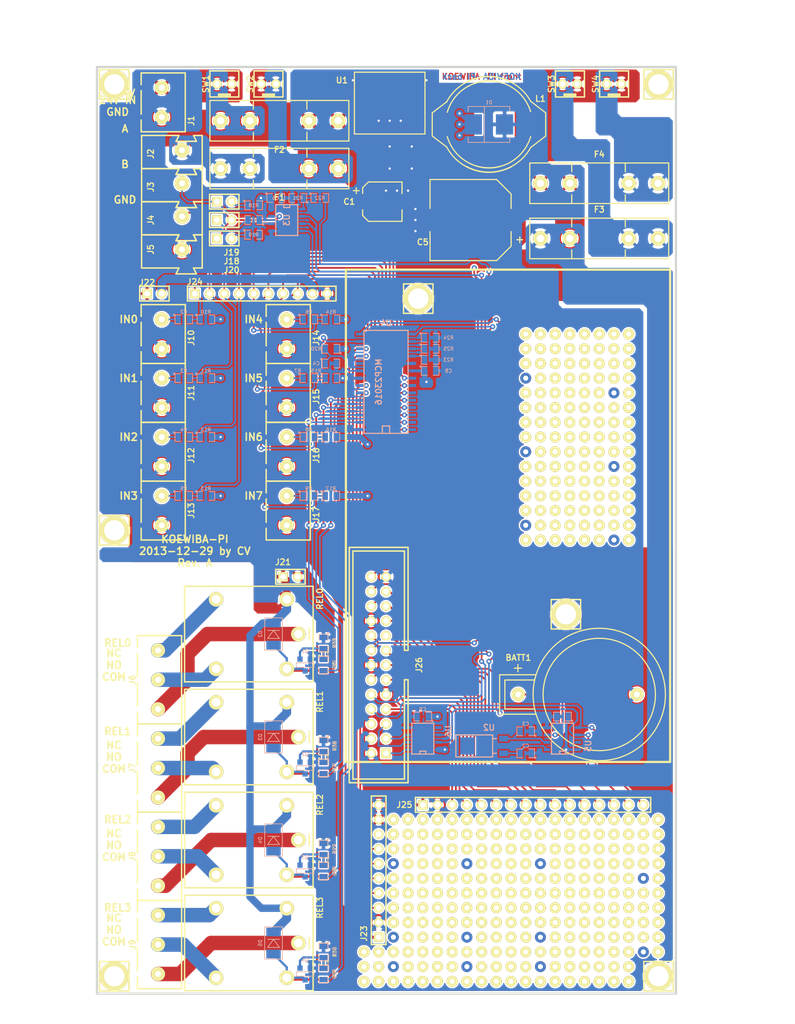
<source format=kicad_pcb>
(kicad_pcb (version 20211014) (generator pcbnew)
  (title_block (title "KOEWIBA-PI") (date "6 jan 2014") (rev "A"))
  (layers (0 "F.Cu" signal "Vorderseite") (31 "B.Cu" signal "Rückseite") (34 "B.Paste" user) (35 "F.Paste" user) (36 "B.SilkS" user "B.Silkscreen") (37 "F.SilkS" user "F.Silkscreen") (38 "B.Mask" user) (39 "F.Mask" user) (44 "Edge.Cuts" user))
  (net 0 "")
  (net 1 "+24V")
  (net 2 "+3.3V")
  (net 3 "+5V")
  (net 4 "/GP1.4")
  (net 5 "/GP1.5")
  (net 6 "/GP1.6")
  (net 7 "/GP1.7")
  (net 8 "/GPINT")
  (net 9 "/IN0")
  (net 10 "/IN1")
  (net 11 "/IN2")
  (net 12 "/IN3")
  (net 13 "/IN4")
  (net 14 "/IN5")
  (net 15 "/IN6")
  (net 16 "/IN7")
  (net 17 "/RGPIO10")
  (net 18 "/RGPIO11")
  (net 19 "/RGPIO17")
  (net 20 "/RGPIO18")
  (net 21 "/RGPIO22")
  (net 22 "/RGPIO24")
  (net 23 "/RGPIO25")
  (net 24 "/RGPIO27")
  (net 25 "/RGPIO4")
  (net 26 "/RGPIO7")
  (net 27 "/RGPIO8")
  (net 28 "/RGPIO9")
  (net 29 "/RSCL")
  (net 30 "/RSDA")
  (net 31 "/RXD")
  (net 32 "/Relays_0-1/LEDVCC")
  (net 33 "/Relays_0-1/OUTCOM1")
  (net 34 "/Relays_0-1/OUTCOM2")
  (net 35 "/Relays_0-1/OUTNC1")
  (net 36 "/Relays_0-1/OUTNC2")
  (net 37 "/Relays_0-1/OUTNO1")
  (net 38 "/Relays_0-1/OUTNO2")
  (net 39 "/Relays_0-1/REL1")
  (net 40 "/Relays_0-1/REL2")
  (net 41 "/Relays_2-3/OUTCOM1")
  (net 42 "/Relays_2-3/OUTCOM2")
  (net 43 "/Relays_2-3/OUTNC1")
  (net 44 "/Relays_2-3/OUTNC2")
  (net 45 "/Relays_2-3/OUTNO1")
  (net 46 "/Relays_2-3/OUTNO2")
  (net 47 "/Relays_2-3/REL1")
  (net 48 "/Relays_2-3/REL2")
  (net 49 "/SCL")
  (net 50 "/SDA")
  (net 51 "/TXD")
  (net 52 "/TXDEN")
  (net 53 "GND")
  (net 54 "N-000002")
  (net 55 "N-000003")
  (net 56 "N-000005")
  (net 57 "N-000006")
  (net 58 "N-000007")
  (net 59 "N-000008")
  (net 60 "N-000009")
  (net 61 "N-000010")
  (net 62 "N-000018")
  (net 63 "N-000019")
  (net 64 "N-000020")
  (net 65 "N-000023")
  (net 66 "N-000025")
  (net 67 "N-000027")
  (net 68 "N-000029")
  (net 69 "N-000030")
  (net 70 "N-000031")
  (net 71 "N-000032")
  (net 72 "N-000033")
  (net 73 "N-000034")
  (net 74 "N-000039")
  (net 75 "N-000053")
  (net 76 "N-000078")
  (net 77 "N-000080")
  (net 78 "N-000081")
  (net 79 "N-000084")
  (net 80 "N-000085")
  (net 81 "N-000086")
  (net 82 "N-000087")
  (net 83 "N-000088")
  (net 84 "N-000089")
  (net 85 "N-000097")
  (net 86 "N-000098")
  (net 87 "N-000099")
  (net 88 "N-000100")
  (net 89 "N-000101")
  (net 90 "N-000102")
  (net 91 "N-000103")
  (net 92 "N-000104")
  (net 93 "N-000105")
  (net 94 "N-000106")
  (net 95 "N-000107")
  (net 96 "N-000108")
  (footprint "WAGO243" (layer "F.Cu") (at 43.18 53.975 -90)
    (fp_text reference "J5")
    (fp_text value "BUS_GND" hide)
  )
  (footprint "WAGO243" (layer "F.Cu") (at 43.18 42.545 -90)
    (fp_text reference "J3")
    (fp_text value "CONN_1X1" hide)
  )
  (footprint "WAGO243" (layer "F.Cu") (at 43.18 36.83 -90)
    (fp_text reference "J2")
    (fp_text value "BUS_24V" hide)
  )
  (footprint "TO263_5" (layer "F.Cu") (at 75.565 40.64 -90)
    (fp_text reference "U1")
    (fp_text value "LM2576" hide)
  )
  (footprint "SM0805" (layer "F.Cu") (at 64.135 177.8 90)
    (fp_text reference "R30")
    (fp_text value "1k" hide)
  )
  (footprint "SM0805" (layer "F.Cu") (at 64.135 142.24 90)
    (fp_text reference "R36")
    (fp_text value "1k" hide)
  )
  (footprint "SM0805" (layer "F.Cu") (at 64.135 124.46 90)
    (fp_text reference "R33")
    (fp_text value "1k" hide)
  )
  (footprint "SM0805" (layer "F.Cu") (at 64.135 160.02 90)
    (fp_text reference "R27")
    (fp_text value "1k" hide)
  )
  (footprint "SM0805" (layer "F.Cu") (at 64.135 163.83 -90)
    (fp_text reference "D8")
    (fp_text value "LED_2,2V_25mA" hide)
  )
  (footprint "SM0805" (layer "F.Cu") (at 64.135 146.05 -90)
    (fp_text reference "D7")
    (fp_text value "LED_2,2V_25mA" hide)
  )
  (footprint "SM0805" (layer "F.Cu") (at 64.135 128.27 -90)
    (fp_text reference "D6")
    (fp_text value "LED_2,2V_25mA" hide)
  )
  (footprint "SM0805" (layer "F.Cu") (at 64.135 181.61 -90)
    (fp_text reference "D9")
    (fp_text value "LED_2,2V_25mA" hide)
  )
  (footprint "PISR" (layer "F.Cu") (at 92.71 34.925)
    (fp_text reference "L1")
    (fp_text value "220uH" hide)
  )
  (footprint "PCB_CON2" (layer "F.Cu") (at 115.57 27.94 180)
    (fp_text reference "SW4")
    (fp_text value "5V_LOGIC" hide)
  )
  (footprint "PCB_CON2" (layer "F.Cu") (at 107.95 27.94 180)
    (fp_text reference "SW3")
    (fp_text value "5V_RASPI" hide)
  )
  (footprint "PCB_CON2" (layer "F.Cu") (at 55.88 27.94 180)
    (fp_text reference "SW2")
    (fp_text value "24V_BUS" hide)
  )
  (footprint "PCB_CON2" (layer "F.Cu") (at 48.26 27.94 180)
    (fp_text reference "SW1")
    (fp_text value "MAIN" hide)
  )
  (footprint "omron_G5LE-1" (layer "F.Cu") (at 51.689 140.69822 180)
    (fp_text reference "REL1")
    (fp_text value "OMRON_G5LE-1" hide)
  )
  (footprint "omron_G5LE-1" (layer "F.Cu") (at 51.689 122.91822 180)
    (fp_text reference "REL0")
    (fp_text value "OMRON_G5LE-1" hide)
  )
  (footprint "omron_G5LE-1" (layer "F.Cu") (at 51.689 176.25822 180)
    (fp_text reference "REL3")
    (fp_text value "OMRON_G5LE-1" hide)
  )
  (footprint "omron_G5LE-1" (layer "F.Cu") (at 51.689 158.47822 180)
    (fp_text reference "REL2")
    (fp_text value "OMRON_G5LE-1" hide)
  )
  (footprint "HEADER_2x1" (layer "F.Cu") (at 45.72 51.435)
    (fp_text reference "J18")
    (fp_text value "Terminate_Bus" hide)
  )
  (footprint "HEADER_2x1" (layer "F.Cu") (at 45.72 48.26)
    (fp_text reference "J19")
    (fp_text value "Bus_Pull-Up" hide)
  )
  (footprint "HEADER_2x1" (layer "F.Cu") (at 45.72 54.61)
    (fp_text reference "J20")
    (fp_text value "Bus_Pull-Down" hide)
  )
  (footprint "HEADER_2x1" (layer "F.Cu") (at 57.15 113.03)
    (fp_text reference "J21")
    (fp_text value "Activate_output_LEDs" hide)
  )
  (footprint "HEADER_2x1" (layer "F.Cu") (at 33.655 64.135)
    (fp_text reference "J22")
    (fp_text value "Activate_Input_LEDs" hide)
  )
  (footprint "HEADER_16x1" (layer "F.Cu") (at 81.28 152.4)
    (fp_text reference "J25")
    (fp_text value "unused_RPi_Rins" hide)
  )
  (footprint "HEADER_10x1" (layer "F.Cu") (at 73.66 175.26 90)
    (fp_text reference "J23")
    (fp_text value "unused_GPIO_Pins" hide)
  )
  (footprint "HEADER_10x1" (layer "F.Cu") (at 41.91 64.135)
    (fp_text reference "J24")
    (fp_text value "Input_Signals" hide)
  )
  (footprint "CR2032H" (layer "F.Cu") (at 111.76 133.35 180)
    (fp_text reference "BATT1")
    (fp_text value "3V" hide)
  )
  (footprint "cp_smd_6.3" (layer "F.Cu") (at 74.295 48.26 90)
    (fp_text reference "C1")
    (fp_text value "100uF" hide)
  )
  (footprint "cp_smd_12.5" (layer "F.Cu") (at 89.535 51.435 -90)
    (fp_text reference "C5")
    (fp_text value "1000uF" hide)
  )
  (footprint "CLAMP_5,08mm_3pole_stackable" (layer "F.Cu") (at 35.56 125.73 -90)
    (fp_text reference "J6")
    (fp_text value "REL0")
  )
  (footprint "CLAMP_5,08mm_3pole_stackable" (layer "F.Cu") (at 35.56 140.97 -90)
    (fp_text reference "J7")
    (fp_text value "REL1")
  )
  (footprint "CLAMP_5,08mm_3pole_stackable" (layer "F.Cu") (at 35.56 156.21 -90)
    (fp_text reference "J8")
    (fp_text value "REL2")
  )
  (footprint "CLAMP_5,08mm_3pole_stackable" (layer "F.Cu") (at 35.56 171.45 -90)
    (fp_text reference "J9")
    (fp_text value "REL3")
  )
  (footprint "CLAMP_5,08mm_2pole_stackable" (layer "F.Cu") (at 36.195 28.575 -90)
    (fp_text reference "J1")
    (fp_text value "POWER_IN_24V" hide)
  )
  (footprint "CLAMP_5,08mm_2pole_stackable" (layer "F.Cu") (at 36.195 68.58 -90)
    (fp_text reference "J10")
    (fp_text value "IN0")
  )
  (footprint "CLAMP_5,08mm_2pole_stackable" (layer "F.Cu") (at 36.195 78.74 -90)
    (fp_text reference "J11")
    (fp_text value "IN1")
  )
  (footprint "CLAMP_5,08mm_2pole_stackable" (layer "F.Cu") (at 36.195 88.9 -90)
    (fp_text reference "J12")
    (fp_text value "IN2")
  )
  (footprint "CLAMP_5,08mm_2pole_stackable" (layer "F.Cu") (at 36.195 99.06 -90)
    (fp_text reference "J13")
    (fp_text value "IN3")
  )
  (footprint "CLAMP_5,08mm_2pole_stackable" (layer "F.Cu") (at 57.785 78.74 -90)
    (fp_text reference "J15")
    (fp_text value "IN5")
  )
  (footprint "CLAMP_5,08mm_2pole_stackable" (layer "F.Cu") (at 57.785 88.9 -90)
    (fp_text reference "J16")
    (fp_text value "IN6")
  )
  (footprint "CLAMP_5,08mm_2pole_stackable" (layer "F.Cu") (at 57.785 99.06 -90)
    (fp_text reference "J17")
    (fp_text value "IN7")
  )
  (footprint "HEADER_26" (layer "F.Cu") (at 74.93 143.51 90)
    (fp_text reference "J26")
    (fp_text value "CONN_RASPI_REV2" hide)
  )
  (footprint "WAGO243" (layer "F.Cu") (at 43.18 48.26 -90)
    (fp_text reference "J4")
    (fp_text value "CONN_1X1" hide)
  )
  (footprint "HOLE_3.5mm" (layer "F.Cu") (at 121.99874 182.00116)
    (fp_text reference "H1" hide)
    (fp_text value "HOLE" hide)
  )
  (footprint "HOLE_3.5mm" (layer "F.Cu") (at 28.00096 182.00116)
    (fp_text reference "H2" hide)
    (fp_text value "HOLE" hide)
  )
  (footprint "HOLE_3.5mm" (layer "F.Cu") (at 28.00096 28.00096)
    (fp_text reference "H3" hide)
    (fp_text value "HOLE" hide)
  )
  (footprint "HOLE_3.5mm" (layer "F.Cu") (at 121.99874 28.00096)
    (fp_text reference "H4" hide)
    (fp_text value "HOLE" hide)
  )
  (footprint "HOLE_3.5mm" (layer "F.Cu") (at 105.99928 119.49938)
    (fp_text reference "H5" hide)
    (fp_text value "HOLE" hide)
  )
  (footprint "HOLE_3.5mm" (layer "F.Cu") (at 80.50022 65.00114)
    (fp_text reference "H6" hide)
    (fp_text value "HOLE" hide)
  )
  (footprint "HOLE_3.5mm" (layer "F.Cu") (at 28.00096 105.00106)
    (fp_text reference "H7" hide)
    (fp_text value "HOLE" hide)
  )
  (footprint "CLAMP_5,08mm_2pole_stackable" (layer "F.Cu") (at 57.785 68.58 -90)
    (fp_text reference "J14")
    (fp_text value "IN4")
  )
  (footprint "FIELD5x5" (layer "F.Cu") (at 76.2 165.1)
    (fp_text reference "FIELD5x5" hide)
    (fp_text value "VAL**" hide)
  )
  (footprint "FIELD5x5" (layer "F.Cu") (at 88.9 165.1)
    (fp_text reference "FIELD5x5" hide)
    (fp_text value "VAL**" hide)
  )
  (footprint "FIELD5x5" (layer "F.Cu") (at 101.6 165.1)
    (fp_text reference "FIELD5x5" hide)
    (fp_text value "VAL**" hide)
  )
  (footprint "FIELD5x5" (layer "F.Cu") (at 76.2 177.8)
    (fp_text reference "FIELD5x5" hide)
    (fp_text value "VAL**" hide)
  )
  (footprint "FIELD5x5" (layer "F.Cu") (at 88.9 177.8)
    (fp_text reference "FIELD5x5" hide)
    (fp_text value "VAL**" hide)
  )
  (footprint "FIELD5x5" (layer "F.Cu") (at 101.6 177.8)
    (fp_text reference "FIELD5x5" hide)
    (fp_text value "VAL**" hide)
  )
  (footprint "FIELD5x4" (layer "F.Cu") (at 121.92 165.1 90)
    (fp_text reference "FIELD5x4" hide)
    (fp_text value "VAL**" hide)
  )
  (footprint "FIELD5x4" (layer "F.Cu") (at 121.92 177.8 90)
    (fp_text reference "FIELD5x4" hide)
    (fp_text value "VAL**" hide)
  )
  (footprint "FIELD5x2" (layer "F.Cu") (at 76.2 182.88)
    (fp_text reference "FIELD5x2" hide)
    (fp_text value "VAL**" hide)
  )
  (footprint "FIELD5x2" (layer "F.Cu") (at 88.9 182.88)
    (fp_text reference "FIELD5x2" hide)
    (fp_text value "VAL**" hide)
  )
  (footprint "FIELD5x2" (layer "F.Cu") (at 101.6 182.88)
    (fp_text reference "FIELD5x2" hide)
    (fp_text value "VAL**" hide)
  )
  (footprint "FIELD2x1" (layer "F.Cu") (at 114.3 180.34)
    (fp_text reference "FIELD2x1" hide)
    (fp_text value "VAL**" hide)
  )
  (footprint "FIELD2x1" (layer "F.Cu") (at 114.3 182.88)
    (fp_text reference "FIELD2x1" hide)
    (fp_text value "VAL**" hide)
  )
  (footprint "FIELD2x1" (layer "F.Cu") (at 71.12 177.8)
    (fp_text reference "FIELD2x1" hide)
    (fp_text value "VAL**" hide)
  )
  (footprint "FIELD2x1" (layer "F.Cu") (at 71.12 180.34)
    (fp_text reference "FIELD2x1" hide)
    (fp_text value "VAL**" hide)
  )
  (footprint "FIELD2x1" (layer "F.Cu") (at 71.12 182.88)
    (fp_text reference "FIELD2x1" hide)
    (fp_text value "VAL**" hide)
  )
  (footprint "FIELD5x5" (layer "F.Cu") (at 99.06 81.28)
    (fp_text reference "FIELD5x5" hide)
    (fp_text value "VAL**" hide)
  )
  (footprint "FIELD5x5" (layer "F.Cu") (at 99.06 93.98)
    (fp_text reference "FIELD5x5" hide)
    (fp_text value "VAL**" hide)
  )
  (footprint "FIELD5x5" (layer "F.Cu") (at 99.06 106.68)
    (fp_text reference "FIELD5x5" hide)
    (fp_text value "VAL**" hide)
  )
  (footprint "FIELD5x3" (layer "F.Cu") (at 116.84 106.68 90)
    (fp_text reference "FIELD5x3" hide)
    (fp_text value "VAL**" hide)
  )
  (footprint "FIELD5x3" (layer "F.Cu") (at 116.84 93.98 90)
    (fp_text reference "FIELD5x3" hide)
    (fp_text value "VAL**" hide)
  )
  (footprint "FIELD5x3" (layer "F.Cu") (at 116.84 81.28 90)
    (fp_text reference "FIELD5x3" hide)
    (fp_text value "VAL**" hide)
  )
  (footprint "FUSE5-20" (layer "F.Cu") (at 56.515 34.29)
    (fp_text reference "F2")
    (fp_text value "250V2,5A_T" hide)
  )
  (footprint "FUSE5-20" (layer "F.Cu") (at 111.76 54.61 180)
    (fp_text reference "F3")
    (fp_text value "250V/1,5A_T" hide)
  )
  (footprint "FUSE5-20" (layer "F.Cu") (at 111.76 45.085 180)
    (fp_text reference "F4")
    (fp_text value "250V/250mA_T" hide)
  )
  (footprint "FUSE5-20" (layer "F.Cu") (at 56.515 42.545)
    (fp_text reference "F1")
    (fp_text value "250V/1A_T" hide)
  )
  (footprint "SOT23-3" (layer "B.Cu") (at 60.96 146.05 180)
    (fp_text reference "Q2")
    (fp_text value "BSS138" hide)
  )
  (footprint "SOT23-3" (layer "B.Cu") (at 60.96 128.27 180)
    (fp_text reference "Q1")
    (fp_text value "BSS138" hide)
  )
  (footprint "SOT23-3" (layer "B.Cu") (at 60.96 181.61 180)
    (fp_text reference "Q4")
    (fp_text value "BSS138" hide)
  )
  (footprint "SOT23-3" (layer "B.Cu") (at 60.96 163.83 180)
    (fp_text reference "Q3")
    (fp_text value "BSS138" hide)
  )
  (footprint "SO8E" (layer "B.Cu") (at 81.28 140.97 90)
    (fp_text reference "U6")
    (fp_text value "PCA9517" hide)
  )
  (footprint "SO8E" (layer "B.Cu") (at 105.41 140.97 90)
    (fp_text reference "U5")
    (fp_text value "DS1307" hide)
  )
  (footprint "SO8E" (layer "B.Cu") (at 57.785 51.435 -90)
    (fp_text reference "U3")
    (fp_text value "MAX487" hide)
  )
  (footprint "SO28" (layer "B.Cu") (at 74.93 79.375 90)
    (fp_text reference "U4")
    (fp_text value "MCP23016")
  )
  (footprint "SMC" (layer "B.Cu") (at 92.71 34.925 180)
    (fp_text reference "D1")
    (fp_text value "B_340_F" hide)
  )
  (footprint "SM0805" (layer "B.Cu") (at 43.815 68.58)
    (fp_text reference "R10")
    (fp_text value "10k" hide)
  )
  (footprint "SM0805" (layer "B.Cu") (at 52.07 53.975)
    (fp_text reference "R19")
    (fp_text value "1k" hide)
  )
  (footprint "SM0805" (layer "B.Cu") (at 52.07 48.895)
    (fp_text reference "R18")
    (fp_text value "1k" hide)
  )
  (footprint "SM0805" (layer "B.Cu") (at 65.405 99.06)
    (fp_text reference "R17")
    (fp_text value "10k" hide)
  )
  (footprint "SM0805" (layer "B.Cu") (at 65.405 88.9)
    (fp_text reference "R16")
    (fp_text value "10k" hide)
  )
  (footprint "SM0805" (layer "B.Cu") (at 65.405 78.74)
    (fp_text reference "R15")
    (fp_text value "10k" hide)
  )
  (footprint "SM0805" (layer "B.Cu") (at 65.405 68.58)
    (fp_text reference "R14")
    (fp_text value "10k" hide)
  )
  (footprint "SM0805" (layer "B.Cu") (at 43.815 99.06)
    (fp_text reference "R13")
    (fp_text value "10k" hide)
  )
  (footprint "SM0805" (layer "B.Cu") (at 43.815 88.9)
    (fp_text reference "R12")
    (fp_text value "10k" hide)
  )
  (footprint "SM0805" (layer "B.Cu") (at 43.815 78.74)
    (fp_text reference "R11")
    (fp_text value "10k" hide)
  )
  (footprint "SM0805" (layer "B.Cu") (at 59.69 47.625 180)
    (fp_text reference "R21")
    (fp_text value "10k" hide)
  )
  (footprint "SM0805" (layer "B.Cu") (at 61.595 99.06)
    (fp_text reference "R9")
    (fp_text value "1k" hide)
  )
  (footprint "SM0805" (layer "B.Cu") (at 61.595 88.9)
    (fp_text reference "R8")
    (fp_text value "1k" hide)
  )
  (footprint "SM0805" (layer "B.Cu") (at 61.595 78.74)
    (fp_text reference "R7")
    (fp_text value "1k" hide)
  )
  (footprint "SM0805" (layer "B.Cu") (at 61.595 68.58)
    (fp_text reference "R6")
    (fp_text value "1k" hide)
  )
  (footprint "SM0805" (layer "B.Cu") (at 40.005 99.06)
    (fp_text reference "R5")
    (fp_text value "1k" hide)
  )
  (footprint "SM0805" (layer "B.Cu") (at 40.005 88.9)
    (fp_text reference "R4")
    (fp_text value "1k" hide)
  )
  (footprint "SM0805" (layer "B.Cu") (at 40.005 78.74)
    (fp_text reference "R3")
    (fp_text value "1k" hide)
  )
  (footprint "SM0805" (layer "B.Cu") (at 40.005 68.58)
    (fp_text reference "R2")
    (fp_text value "1k" hide)
  )
  (footprint "SM0805" (layer "B.Cu") (at 52.07 51.435 180)
    (fp_text reference "R1")
    (fp_text value "120" hide)
  )
  (footprint "SM0805" (layer "B.Cu") (at 99.06 143.51 180)
    (fp_text reference "C2")
    (fp_text value "12.5pF" hide)
  )
  (footprint "SM0805" (layer "B.Cu") (at 99.06 139.7 180)
    (fp_text reference "C3")
    (fp_text value "12.5pF" hide)
  )
  (footprint "SM0805" (layer "B.Cu") (at 64.135 142.24 -90)
    (fp_text reference "R37")
    (fp_text value "10k" hide)
  )
  (footprint "SM0805" (layer "B.Cu") (at 64.135 146.05 -90)
    (fp_text reference "R35")
    (fp_text value "100" hide)
  )
  (footprint "SM0805" (layer "B.Cu") (at 64.135 124.46 -90)
    (fp_text reference "R34")
    (fp_text value "10k" hide)
  )
  (footprint "SM0805" (layer "B.Cu") (at 64.135 128.27 -90)
    (fp_text reference "R32")
    (fp_text value "100" hide)
  )
  (footprint "SM0805" (layer "B.Cu") (at 64.135 177.8 -90)
    (fp_text reference "R31")
    (fp_text value "10k" hide)
  )
  (footprint "SM0805" (layer "B.Cu") (at 65.405 73.66 180)
    (fp_text reference "R20")
    (fp_text value "3,9k" hide)
  )
  (footprint "SM0805" (layer "B.Cu") (at 64.135 181.61 -90)
    (fp_text reference "R29")
    (fp_text value "100" hide)
  )
  (footprint "SM0805" (layer "B.Cu") (at 64.135 160.02 -90)
    (fp_text reference "R28")
    (fp_text value "10k" hide)
  )
  (footprint "SM0805" (layer "B.Cu") (at 64.135 163.83 -90)
    (fp_text reference "R26")
    (fp_text value "100" hide)
  )
  (footprint "SM0805" (layer "B.Cu") (at 82.55 73.66)
    (fp_text reference "R25")
    (fp_text value "1k" hide)
  )
  (footprint "SM0805" (layer "B.Cu") (at 82.55 71.755)
    (fp_text reference "R24")
    (fp_text value "1k" hide)
  )
  (footprint "SM0805" (layer "B.Cu") (at 82.55 75.565)
    (fp_text reference "R23")
    (fp_text value "1k" hide)
  )
  (footprint "SM0805" (layer "B.Cu") (at 63.5 47.625)
    (fp_text reference "R22")
    (fp_text value "5k6" hide)
  )
  (footprint "SM0805" (layer "B.Cu") (at 65.405 76.2)
    (fp_text reference "C4")
    (fp_text value "33pF" hide)
  )
  (footprint "SM0805" (layer "B.Cu") (at 55.88 47.625)
    (fp_text reference "C6")
    (fp_text value "100nF" hide)
  )
  (footprint "SM0805" (layer "B.Cu") (at 105.41 137.16 180)
    (fp_text reference "C7")
    (fp_text value "100nF" hide)
  )
  (footprint "SM0805" (layer "B.Cu") (at 81.28 137.16 180)
    (fp_text reference "C9")
    (fp_text value "100nF" hide)
  )
  (footprint "SM0805" (layer "B.Cu") (at 82.55 77.47)
    (fp_text reference "C8")
    (fp_text value "100nF" hide)
  )
  (footprint "MINIMELF" (layer "B.Cu") (at 55.499 158.47822 90)
    (fp_text reference "D4")
    (fp_text value "1N4148" hide)
  )
  (footprint "MINIMELF" (layer "B.Cu") (at 55.499 140.69822 90)
    (fp_text reference "D3")
    (fp_text value "1N4148" hide)
  )
  (footprint "MINIMELF" (layer "B.Cu") (at 55.499 176.25822 90)
    (fp_text reference "D5")
    (fp_text value "1N4148" hide)
  )
  (footprint "MINIMELF" (layer "B.Cu") (at 55.499 122.91822 90)
    (fp_text reference "D2")
    (fp_text value "1N4148" hide)
  )
  (footprint "CRYSTAL_MS1V-7" (layer "B.Cu") (at 95.25 142.24)
    (fp_text reference "U2")
    (fp_text value "32.768kHz" hide)
  )
  (gr_line (start 68.00088 145.00098) (end 68.00088 59.99988) (layer "F.SilkS") (width 0.381))
  (gr_line (start 124.00026 145.00098) (end 68.00088 145.00098) (layer "F.SilkS") (width 0.381))
  (gr_line (start 124.00026 59.99988) (end 124.00026 145.00098) (layer "F.SilkS") (width 0.381))
  (gr_line (start 68.00088 59.99988) (end 124.00026 59.99988) (layer "F.SilkS") (width 0.381))
  (gr_line (start 25.00122 184.99836) (end 25.00122 24.99868) (layer "Edge.Cuts") (width 0.381))
  (gr_line (start 25.00122 25.00122) (end 125.00102 25.00122) (layer "Edge.Cuts") (width 0.381))
  (gr_line (start 125.00102 25.00122) (end 125.00102 185.0009) (layer "Edge.Cuts") (width 0.381))
  (gr_line (start 125.00102 185.0009) (end 25.00122 185.0009) (layer "Edge.Cuts") (width 0.381))
  (gr_text "KOEWIBA-PI front" (at 91.44 26.67) (layer "F.Cu") (effects (font (size 1.016 1.016) (thickness 0.2032))))
  (gr_text "KOEWIBA-PI back" (at 91.44 26.67) (layer "B.Cu") (effects (font (size 1.016 1.016) (thickness 0.2032)) (justify mirror)))
  (gr_text "24V\n\n\nA\n\n\nB\n\n\nGND" (at 29.845 38.735) (layer "F.SilkS") (effects (font (size 1.27 1.27) (thickness 0.254))))
  (gr_text "NC\nNO\nCOM" (at 27.94 128.27) (layer "F.SilkS") (effects (font (size 1.27 1.27) (thickness 0.254))))
  (gr_text "NC\nNO\nCOM" (at 27.94 144.145) (layer "F.SilkS") (effects (font (size 1.27 1.27) (thickness 0.254))))
  (gr_text "NC\nNO\nCOM" (at 27.94 159.385) (layer "F.SilkS") (effects (font (size 1.27 1.27) (thickness 0.254))))
  (gr_text "NC\nNO\nCOM" (at 27.94 173.99) (layer "F.SilkS") (effects (font (size 1.27 1.27) (thickness 0.254))))
  (gr_text "24V IN\nGND" (at 28.575 31.75) (layer "F.SilkS") (effects (font (size 1.27 1.27) (thickness 0.254))))
  (gr_text "KOEWIBA-PI\n2013-12-29 by CV\nRev. A" (at 41.91 108.585) (layer "F.SilkS") (effects (font (size 1.27 1.27) (thickness 0.254))))
  (segment locked (start 57.79008 113.67008) (end 57.15 113.03) (width 1.27) (layer "F.Cu") (net 1))
  (segment locked (start 57.79008 116.91874) (end 57.79008 113.67008) (width 1.27) (layer "F.Cu") (net 1))
  (segment locked (start 57.79008 152.47874) (end 57.79008 154.28214) (width 1.50114) (layer "B.Cu") (net 1))
  (segment (start 51.435 139.065) (end 51.435 156.845) (width 1.27) (layer "B.Cu") (net 1))
  (segment (start 52.07 156.845) (end 51.435 156.845) (width 1.27) (layer "B.Cu") (net 1))
  (segment locked (start 55.499 121.01322) (end 53.61178 121.01322) (width 1.27) (layer "B.Cu") (net 1))
  (segment (start 51.435 168.275) (end 53.41874 170.25874) (width 1.27) (layer "B.Cu") (net 1))
  (segment locked (start 57.79008 134.69874) (end 57.79008 136.50214) (width 1.50114) (layer "B.Cu") (net 1))
  (segment locked (start 57.79008 116.91874) (end 57.79008 118.72214) (width 1.50114) (layer "B.Cu") (net 1))
  (segment locked (start 57.79008 170.25874) (end 57.79008 172.06214) (width 1.50114) (layer "B.Cu") (net 1))
  (segment locked (start 55.499 156.57322) (end 51.435 156.57322) (width 1.27) (layer "B.Cu") (net 1))
  (segment locked (start 55.499 138.79322) (end 51.435 138.79322) (width 1.27) (layer "B.Cu") (net 1))
  (segment locked (start 57.79008 172.06214) (end 55.499 174.35322) (width 1.50114) (layer "B.Cu") (net 1))
  (segment locked (start 57.79008 136.50214) (end 55.499 138.79322) (width 1.50114) (layer "B.Cu") (net 1))
  (segment locked (start 53.41874 170.25874) (end 57.79008 170.25874) (width 1.27) (layer "B.Cu") (net 1))
  (segment locked (start 57.79008 154.28214) (end 55.499 156.57322) (width 1.50114) (layer "B.Cu") (net 1))
  (segment (start 53.61178 121.01322) (end 51.435 123.19) (width 1.27) (layer "B.Cu") (net 1))
  (segment (start 51.70678 156.845) (end 52.07 156.845) (width 1.27) (layer "B.Cu") (net 1))
  (segment locked (start 57.79008 118.72214) (end 55.499 121.01322) (width 1.50114) (layer "B.Cu") (net 1))
  (segment (start 51.435 123.19) (end 51.435 139.065) (width 1.27) (layer "B.Cu") (net 1))
  (segment (start 51.435 138.79322) (end 51.435 139.065) (width 1.27) (layer "B.Cu") (net 1))
  (segment (start 51.435 156.57322) (end 51.70678 156.845) (width 1.27) (layer "B.Cu") (net 1))
  (segment (start 51.435 156.845) (end 51.435 168.275) (width 1.27) (layer "B.Cu") (net 1))
  (segment locked (start 78.613 142.875) (end 78.105 142.875) (width 0.29972) (layer "B.Cu") (net 2))
  (segment (start 78.105 142.875) (end 77.47 143.51) (width 0.29972) (layer "B.Cu") (net 2))
  (segment locked (start 77.47 143.51) (end 74.93 143.51) (width 0.29972) (layer "B.Cu") (net 2))
  (via (at 46.355 99.06) (size 1.27) (drill 0.4) (layers "F.Cu" "B.Cu") (net 3))
  (via (at 67.945 73.66) (size 1.27) (drill 0.4) (layers "F.Cu" "B.Cu") (net 3))
  (via (at 46.355 78.74) (size 1.27) (drill 0.4) (layers "F.Cu" "B.Cu") (net 3))
  (via (at 71.755 90.17) (size 1.27) (drill 0.4) (layers "F.Cu" "B.Cu") (net 3))
  (via (at 83.82 137.16) (size 1.27) (drill 0.4) (layers "F.Cu" "B.Cu") (net 3))
  (via (at 85.09 142.875) (size 1.27) (drill 0.4) (layers "F.Cu" "B.Cu") (net 3))
  (via (at 71.755 99.06) (size 1.27) (drill 0.4) (layers "F.Cu" "B.Cu") (net 3))
  (via (at 67.437 78.74) (size 1.27) (drill 0.4) (layers "F.Cu" "B.Cu") (net 3))
  (via (at 46.355 88.9) (size 1.27) (drill 0.4) (layers "F.Cu" "B.Cu") (net 3))
  (via (at 46.355 68.58) (size 1.27) (drill 0.4) (layers "F.Cu" "B.Cu") (net 3))
  (via (at 67.945 68.58) (size 1.27) (drill 0.4) (layers "F.Cu" "B.Cu") (net 3))
  (via (at 106.045 142.875) (size 1.27) (drill 0.4) (layers "F.Cu" "B.Cu") (net 3))
  (via (at 81.915 79.375) (size 1.27) (drill 0.4) (layers "F.Cu" "B.Cu") (net 3))
  (via (at 53.34 47.625) (size 1.27) (drill 0.4) (layers "F.Cu" "B.Cu") (net 3))
  (segment locked (start 44.7675 78.74) (end 46.355 78.74) (width 1.016) (layer "B.Cu") (net 3))
  (segment (start 81.5975 79.0575) (end 81.915 79.375) (width 1.016) (layer "B.Cu") (net 3))
  (segment locked (start 44.7675 68.58) (end 46.355 68.58) (width 1.016) (layer "B.Cu") (net 3))
  (segment locked (start 66.3575 99.06) (end 71.755 99.06) (width 1.016) (layer "B.Cu") (net 3))
  (segment locked (start 55.118 49.53) (end 55.118 47.8155) (width 1.016) (layer "B.Cu") (net 3))
  (segment (start 53.0225 47.9425) (end 53.34 47.625) (width 1.016) (layer "B.Cu") (net 3))
  (segment locked (start 106.3625 137.16) (end 106.3625 138.1125) (width 0.50038) (layer "B.Cu") (net 3))
  (segment locked (start 44.7675 88.9) (end 46.355 88.9) (width 1.016) (layer "B.Cu") (net 3))
  (segment locked (start 82.2325 137.16) (end 83.82 137.16) (width 1.016) (layer "B.Cu") (net 3))
  (segment locked (start 81.5975 77.47) (end 81.5975 79.0575) (width 1.016) (layer "B.Cu") (net 3))
  (segment locked (start 53.0225 47.9425) (end 53.0225 48.895) (width 1.016) (layer "B.Cu") (net 3))
  (segment locked (start 44.7675 99.06) (end 46.355 99.06) (width 1.016) (layer "B.Cu") (net 3))
  (segment locked (start 66.3575 88.9) (end 70.485 88.9) (width 1.016) (layer "B.Cu") (net 3))
  (segment (start 106.3625 138.1125) (end 106.045 138.43) (width 0.50038) (layer "B.Cu") (net 3))
  (segment locked (start 54.9275 47.625) (end 53.34 47.625) (width 1.016) (layer "B.Cu") (net 3))
  (segment (start 70.485 88.9) (end 71.755 90.17) (width 1.016) (layer "B.Cu") (net 3))
  (segment (start 106.045 138.43) (end 106.045 142.875) (width 0.50038) (layer "B.Cu") (net 3))
  (segment locked (start 66.3575 73.66) (end 67.945 73.66) (width 1.016) (layer "B.Cu") (net 3))
  (segment locked (start 106.045 142.875) (end 108.077 142.875) (width 0.50038) (layer "B.Cu") (net 3))
  (segment locked (start 66.3575 78.74) (end 67.437 78.74) (width 1.016) (layer "B.Cu") (net 3))
  (segment locked (start 83.947 142.875) (end 85.09 142.875) (width 1.016) (layer "B.Cu") (net 3))
  (segment locked (start 66.3575 68.58) (end 67.945 68.58) (width 1.016) (layer "B.Cu") (net 3))
  (segment locked (start 55.118 47.8155) (end 54.9275 47.625) (width 1.016) (layer "B.Cu") (net 3))
  (segment locked (start 70.485 162.56) (end 73.66 162.56) (width 0.3048) (layer "F.Cu") (net 4))
  (segment (start 70.485 80.01) (end 69.85 80.645) (width 0.3048) (layer "F.Cu") (net 4))
  (segment (start 69.85 161.925) (end 70.485 162.56) (width 0.3048) (layer "F.Cu") (net 4))
  (segment (start 69.85 80.645) (end 69.85 109.855) (width 0.3048) (layer "F.Cu") (net 4))
  (segment (start 69.85 109.855) (end 69.85 161.925) (width 0.3048) (layer "F.Cu") (net 4))
  (segment (start 71.501 80.01) (end 70.485 80.01) (width 0.3048) (layer "F.Cu") (net 4))
  (via (at 71.501 80.01) (size 0.889) (drill 0.4) (layers "F.Cu" "B.Cu") (net 4))
  (segment locked (start 70.358 80.01) (end 71.501 80.01) (width 0.3048) (layer "B.Cu") (net 4))
  (segment (start 69.85 74.93) (end 69.215 75.565) (width 0.3048) (layer "F.Cu") (net 5))
  (segment (start 71.501 74.93) (end 69.85 74.93) (width 0.3048) (layer "F.Cu") (net 5))
  (segment (start 69.215 164.465) (end 69.85 165.1) (width 0.3048) (layer "F.Cu") (net 5))
  (segment (start 69.215 109.22) (end 69.215 164.465) (width 0.3048) (layer "F.Cu") (net 5))
  (segment locked (start 69.85 165.1) (end 73.66 165.1) (width 0.3048) (layer "F.Cu") (net 5))
  (segment (start 69.215 75.565) (end 69.215 109.22) (width 0.3048) (layer "F.Cu") (net 5))
  (via (at 71.501 74.93) (size 0.889) (drill 0.4) (layers "F.Cu" "B.Cu") (net 5))
  (segment locked (start 70.358 74.93) (end 71.501 74.93) (width 0.3048) (layer "B.Cu") (net 5))
  (segment (start 68.58 74.93) (end 69.85 73.66) (width 0.3048) (layer "F.Cu") (net 6))
  (segment (start 68.58 90.805) (end 68.58 74.93) (width 0.3048) (layer "F.Cu") (net 6))
  (segment locked (start 73.66 167.64) (end 69.215 167.64) (width 0.3048) (layer "F.Cu") (net 6))
  (segment (start 68.58 108.585) (end 68.58 167.005) (width 0.3048) (layer "F.Cu") (net 6))
  (segment (start 68.58 97.155) (end 68.58 100.965) (width 0.3048) (layer "F.Cu") (net 6))
  (segment (start 68.58 100.965) (end 68.58 108.585) (width 0.3048) (layer "F.Cu") (net 6))
  (segment (start 68.58 167.005) (end 69.215 167.64) (width 0.3048) (layer "F.Cu") (net 6))
  (segment (start 68.58 90.805) (end 68.58 97.155) (width 0.3048) (layer "F.Cu") (net 6))
  (segment (start 69.85 73.66) (end 71.501 73.66) (width 0.3048) (layer "F.Cu") (net 6))
  (via (at 71.501 73.66) (size 0.889) (drill 0.4) (layers "F.Cu" "B.Cu") (net 6))
  (segment locked (start 71.501 73.66) (end 70.358 73.66) (width 0.3048) (layer "B.Cu") (net 6))
  (segment (start 66.04 83.82) (end 66.675 83.185) (width 0.3048) (layer "F.Cu") (net 7))
  (segment (start 67.945 102.235) (end 66.04 100.33) (width 0.3048) (layer "F.Cu") (net 7))
  (segment (start 66.04 80.645) (end 64.135 80.645) (width 0.3048) (layer "F.Cu") (net 7))
  (segment (start 66.04 100.33) (end 66.04 83.82) (width 0.3048) (layer "F.Cu") (net 7))
  (segment (start 66.675 83.185) (end 66.675 81.28) (width 0.3048) (layer "F.Cu") (net 7))
  (segment (start 63.5 73.025) (end 64.135 72.39) (width 0.3048) (layer "F.Cu") (net 7))
  (segment (start 66.675 81.28) (end 66.04 80.645) (width 0.3048) (layer "F.Cu") (net 7))
  (segment (start 68.58 170.18) (end 67.945 169.545) (width 0.3048) (layer "F.Cu") (net 7))
  (segment (start 64.135 72.39) (end 64.135 71.755) (width 0.3048) (layer "F.Cu") (net 7))
  (segment (start 67.945 169.545) (end 67.945 102.235) (width 0.3048) (layer "F.Cu") (net 7))
  (segment (start 64.135 80.645) (end 63.5 80.01) (width 0.3048) (layer "F.Cu") (net 7))
  (segment (start 63.5 80.01) (end 63.5 73.025) (width 0.3048) (layer "F.Cu") (net 7))
  (segment locked (start 73.66 170.18) (end 68.58 170.18) (width 0.3048) (layer "F.Cu") (net 7))
  (via (at 64.135 71.755) (size 0.889) (drill 0.4) (layers "F.Cu" "B.Cu") (net 7))
  (segment locked (start 64.77 72.39) (end 70.358 72.39) (width 0.3048) (layer "B.Cu") (net 7))
  (segment (start 64.135 71.755) (end 64.77 72.39) (width 0.3048) (layer "B.Cu") (net 7))
  (segment locked (start 71.12 160.02) (end 73.66 160.02) (width 0.3048) (layer "F.Cu") (net 8))
  (segment (start 70.485 81.915) (end 71.12 81.28) (width 0.3048) (layer "F.Cu") (net 8))
  (segment (start 70.485 159.385) (end 71.12 160.02) (width 0.3048) (layer "F.Cu") (net 8))
  (segment (start 71.12 81.28) (end 71.501 81.28) (width 0.3048) (layer "F.Cu") (net 8))
  (segment (start 70.485 149.225) (end 70.485 159.385) (width 0.3048) (layer "F.Cu") (net 8))
  (segment (start 70.485 111.125) (end 70.485 89.535) (width 0.3048) (layer "F.Cu") (net 8))
  (segment (start 70.485 89.535) (end 70.485 81.915) (width 0.3048) (layer "F.Cu") (net 8))
  (segment (start 70.485 149.225) (end 70.485 111.125) (width 0.3048) (layer "F.Cu") (net 8))
  (via (at 71.501 81.28) (size 0.889) (drill 0.4) (layers "F.Cu" "B.Cu") (net 8))
  (segment locked (start 70.358 81.28) (end 71.501 81.28) (width 0.3048) (layer "B.Cu") (net 8))
  (segment (start 76.2 66.675) (end 76.2 57.785) (width 0.29972) (layer "F.Cu") (net 9))
  (segment (start 77.47 67.945) (end 76.2 66.675) (width 0.29972) (layer "F.Cu") (net 9))
  (segment (start 75.565 57.15) (end 42.545 57.15) (width 0.29972) (layer "F.Cu") (net 9))
  (segment locked (start 41.91 57.785) (end 41.91 64.135) (width 0.29972) (layer "F.Cu") (net 9))
  (segment (start 76.2 57.785) (end 75.565 57.15) (width 0.29972) (layer "F.Cu") (net 9))
  (segment (start 78.105 78.74) (end 77.47 78.105) (width 0.29972) (layer "F.Cu") (net 9))
  (segment (start 77.47 78.105) (end 77.47 67.945) (width 0.29972) (layer "F.Cu") (net 9))
  (segment (start 42.545 57.15) (end 41.91 57.785) (width 0.29972) (layer "F.Cu") (net 9))
  (via (at 78.105 78.74) (size 0.889) (drill 0.4) (layers "F.Cu" "B.Cu") (net 9))
  (segment locked (start 42.8625 65.0875) (end 41.91 64.135) (width 0.29972) (layer "B.Cu") (net 9))
  (segment locked (start 42.8625 68.58) (end 42.8625 65.0875) (width 0.29972) (layer "B.Cu") (net 9))
  (segment (start 40.9575 68.58) (end 42.8625 68.58) (width 0.29972) (layer "B.Cu") (net 9))
  (segment locked (start 79.502 78.74) (end 78.105 78.74) (width 0.29972) (layer "B.Cu") (net 9))
  (segment (start 75.565 58.42) (end 74.93 57.785) (width 0.29972) (layer "F.Cu") (net 10))
  (segment (start 74.93 57.785) (end 45.085 57.785) (width 0.29972) (layer "F.Cu") (net 10))
  (segment (start 78.105 80.01) (end 77.47 80.01) (width 0.29972) (layer "F.Cu") (net 10))
  (segment (start 76.835 68.58) (end 75.565 67.31) (width 0.29972) (layer "F.Cu") (net 10))
  (segment (start 77.47 80.01) (end 76.835 79.375) (width 0.29972) (layer "F.Cu") (net 10))
  (segment (start 76.835 79.375) (end 76.835 68.58) (width 0.29972) (layer "F.Cu") (net 10))
  (segment locked (start 44.45 58.42) (end 44.45 64.135) (width 0.29972) (layer "F.Cu") (net 10))
  (segment (start 75.565 67.31) (end 75.565 58.42) (width 0.29972) (layer "F.Cu") (net 10))
  (segment (start 45.085 57.785) (end 44.45 58.42) (width 0.29972) (layer "F.Cu") (net 10))
  (via (at 78.105 80.01) (size 0.889) (drill 0.4) (layers "F.Cu" "B.Cu") (net 10))
  (segment (start 47.625 76.835) (end 48.26 76.2) (width 0.29972) (layer "B.Cu") (net 10))
  (segment (start 43.815 76.835) (end 47.625 76.835) (width 0.29972) (layer "B.Cu") (net 10))
  (segment (start 46.355 65.405) (end 45.72 65.405) (width 0.29972) (layer "B.Cu") (net 10))
  (segment (start 48.26 76.2) (end 48.26 67.31) (width 0.29972) (layer "B.Cu") (net 10))
  (segment (start 48.26 67.31) (end 46.355 65.405) (width 0.29972) (layer "B.Cu") (net 10))
  (segment (start 40.9575 78.74) (end 42.8625 78.74) (width 0.29972) (layer "B.Cu") (net 10))
  (segment locked (start 42.8625 78.74) (end 42.8625 77.7875) (width 0.29972) (layer "B.Cu") (net 10))
  (segment (start 42.8625 77.7875) (end 43.815 76.835) (width 0.29972) (layer "B.Cu") (net 10))
  (segment locked (start 45.72 65.405) (end 44.45 64.135) (width 0.29972) (layer "B.Cu") (net 10))
  (segment locked (start 79.502 80.01) (end 78.105 80.01) (width 0.29972) (layer "B.Cu") (net 10))
  (segment (start 47.625 58.42) (end 46.99 59.055) (width 0.29972) (layer "F.Cu") (net 11))
  (segment (start 76.835 81.28) (end 76.2 80.645) (width 0.29972) (layer "F.Cu") (net 11))
  (segment (start 76.2 69.215) (end 74.93 67.945) (width 0.29972) (layer "F.Cu") (net 11))
  (segment locked (start 46.99 59.055) (end 46.99 64.135) (width 0.29972) (layer "F.Cu") (net 11))
  (segment (start 74.93 59.055) (end 74.295 58.42) (width 0.29972) (layer "F.Cu") (net 11))
  (segment (start 76.2 80.645) (end 76.2 69.215) (width 0.29972) (layer "F.Cu") (net 11))
  (segment (start 74.295 58.42) (end 47.625 58.42) (width 0.29972) (layer "F.Cu") (net 11))
  (segment (start 78.105 81.28) (end 76.835 81.28) (width 0.29972) (layer "F.Cu") (net 11))
  (segment (start 74.93 67.945) (end 74.93 59.055) (width 0.29972) (layer "F.Cu") (net 11))
  (via (at 78.105 81.28) (size 0.889) (drill 0.4) (layers "F.Cu" "B.Cu") (net 11))
  (segment (start 42.8625 87.9475) (end 43.815 86.995) (width 0.29972) (layer "B.Cu") (net 11))
  (segment locked (start 42.8625 88.9) (end 42.8625 87.9475) (width 0.29972) (layer "B.Cu") (net 11))
  (segment (start 40.9575 88.9) (end 42.8625 88.9) (width 0.29972) (layer "B.Cu") (net 11))
  (segment locked (start 46.99 64.77) (end 46.99 64.135) (width 0.29972) (layer "B.Cu") (net 11))
  (segment (start 48.895 66.675) (end 48.895 86.36) (width 0.29972) (layer "B.Cu") (net 11))
  (segment (start 46.99 64.77) (end 48.895 66.675) (width 0.29972) (layer "B.Cu") (net 11))
  (segment (start 48.895 86.36) (end 48.26 86.995) (width 0.29972) (layer "B.Cu") (net 11))
  (segment (start 48.26 86.995) (end 43.815 86.995) (width 0.29972) (layer "B.Cu") (net 11))
  (segment locked (start 79.502 81.28) (end 78.105 81.28) (width 0.29972) (layer "B.Cu") (net 11))
  (segment (start 75.565 69.85) (end 74.295 68.58) (width 0.29972) (layer "F.Cu") (net 12))
  (segment (start 50.165 59.055) (end 49.53 59.69) (width 0.29972) (layer "F.Cu") (net 12))
  (segment locked (start 49.53 59.69) (end 49.53 64.135) (width 0.29972) (layer "F.Cu") (net 12))
  (segment (start 74.295 59.69) (end 73.66 59.055) (width 0.29972) (layer "F.Cu") (net 12))
  (segment (start 73.66 59.055) (end 50.165 59.055) (width 0.29972) (layer "F.Cu") (net 12))
  (segment (start 75.565 81.915) (end 75.565 69.85) (width 0.29972) (layer "F.Cu") (net 12))
  (segment (start 78.105 82.55) (end 76.2 82.55) (width 0.29972) (layer "F.Cu") (net 12))
  (segment (start 76.2 82.55) (end 75.565 81.915) (width 0.29972) (layer "F.Cu") (net 12))
  (segment (start 74.295 68.58) (end 74.295 59.69) (width 0.29972) (layer "F.Cu") (net 12))
  (via (at 78.105 82.55) (size 0.889) (drill 0.4) (layers "F.Cu" "B.Cu") (net 12))
  (segment (start 48.895 97.155) (end 49.53 96.52) (width 0.29972) (layer "B.Cu") (net 12))
  (segment (start 40.9575 99.06) (end 42.8625 99.06) (width 0.29972) (layer "B.Cu") (net 12))
  (segment locked (start 79.502 82.55) (end 78.105 82.55) (width 0.29972) (layer "B.Cu") (net 12))
  (segment (start 43.815 97.155) (end 48.895 97.155) (width 0.29972) (layer "B.Cu") (net 12))
  (segment locked (start 42.8625 99.06) (end 42.8625 98.1075) (width 0.29972) (layer "B.Cu") (net 12))
  (segment (start 42.8625 98.1075) (end 43.815 97.155) (width 0.29972) (layer "B.Cu") (net 12))
  (segment locked (start 49.53 96.52) (end 49.53 64.135) (width 0.29972) (layer "B.Cu") (net 12))
  (segment (start 74.93 70.485) (end 73.66 69.215) (width 0.29972) (layer "F.Cu") (net 13))
  (segment (start 73.025 59.69) (end 52.705 59.69) (width 0.29972) (layer "F.Cu") (net 13))
  (segment (start 78.105 83.82) (end 75.565 83.82) (width 0.29972) (layer "F.Cu") (net 13))
  (segment locked (start 52.07 60.325) (end 52.07 64.135) (width 0.29972) (layer "F.Cu") (net 13))
  (segment (start 74.93 83.185) (end 74.93 70.485) (width 0.29972) (layer "F.Cu") (net 13))
  (segment (start 52.705 59.69) (end 52.07 60.325) (width 0.29972) (layer "F.Cu") (net 13))
  (segment locked (start 52.07 64.135) (end 52.07 69.85) (width 0.29972) (layer "F.Cu") (net 13))
  (segment (start 75.565 83.82) (end 74.93 83.185) (width 0.29972) (layer "F.Cu") (net 13))
  (segment (start 52.07 69.85) (end 52.07 70.485) (width 0.29972) (layer "F.Cu") (net 13))
  (segment (start 73.66 69.215) (end 73.66 60.325) (width 0.29972) (layer "F.Cu") (net 13))
  (segment (start 73.66 60.325) (end 73.025 59.69) (width 0.29972) (layer "F.Cu") (net 13))
  (via (at 78.105 83.82) (size 0.889) (drill 0.4) (layers "F.Cu" "B.Cu") (net 13))
  (via (at 52.07 70.485) (size 0.889) (drill 0.4) (layers "F.Cu" "B.Cu") (net 13))
  (segment (start 62.5475 68.58) (end 64.4525 68.58) (width 0.29972) (layer "B.Cu") (net 13))
  (segment (start 62.23 70.485) (end 62.5475 70.1675) (width 0.29972) (layer "B.Cu") (net 13))
  (segment (start 52.07 70.485) (end 62.23 70.485) (width 0.29972) (layer "B.Cu") (net 13))
  (segment locked (start 62.5475 70.1675) (end 62.5475 68.58) (width 0.29972) (layer "B.Cu") (net 13))
  (segment locked (start 79.502 83.82) (end 78.105 83.82) (width 0.29972) (layer "B.Cu") (net 13))
  (segment (start 52.705 71.755) (end 52.705 80.645) (width 0.29972) (layer "F.Cu") (net 14))
  (segment (start 78.105 85.09) (end 74.93 85.09) (width 0.29972) (layer "F.Cu") (net 14))
  (segment (start 73.025 69.85) (end 73.025 60.96) (width 0.29972) (layer "F.Cu") (net 14))
  (segment (start 53.34 70.35546) (end 53.34 71.12) (width 0.29972) (layer "F.Cu") (net 14))
  (segment (start 74.295 84.455) (end 74.295 71.12) (width 0.29972) (layer "F.Cu") (net 14))
  (segment (start 74.295 71.12) (end 74.295 71.12) (width 0.29972) (layer "F.Cu") (net 14))
  (segment (start 74.295 71.12) (end 73.025 69.85) (width 0.29972) (layer "F.Cu") (net 14))
  (segment (start 52.705 69.72046) (end 53.34 70.35546) (width 0.29972) (layer "F.Cu") (net 14))
  (segment (start 73.025 60.96) (end 72.39 60.325) (width 0.29972) (layer "F.Cu") (net 14))
  (segment locked (start 54.61 64.135) (end 52.705 66.04) (width 0.29972) (layer "F.Cu") (net 14))
  (segment (start 53.34 71.12) (end 52.705 71.755) (width 0.29972) (layer "F.Cu") (net 14))
  (segment (start 72.39 60.325) (end 55.245 60.325) (width 0.29972) (layer "F.Cu") (net 14))
  (segment (start 52.705 66.04) (end 52.705 69.72046) (width 0.29972) (layer "F.Cu") (net 14))
  (segment (start 55.245 60.325) (end 54.61 60.96) (width 0.29972) (layer "F.Cu") (net 14))
  (segment (start 74.93 85.09) (end 74.295 84.455) (width 0.29972) (layer "F.Cu") (net 14))
  (segment locked (start 54.61 60.96) (end 54.61 64.135) (width 0.29972) (layer "F.Cu") (net 14))
  (via (at 52.705 80.645) (size 0.889) (drill 0.4) (layers "F.Cu" "B.Cu") (net 14))
  (via (at 78.105 85.09) (size 0.889) (drill 0.4) (layers "F.Cu" "B.Cu") (net 14))
  (segment locked (start 79.502 85.09) (end 78.105 85.09) (width 0.29972) (layer "B.Cu") (net 14))
  (segment (start 62.23 80.645) (end 62.5475 80.3275) (width 0.29972) (layer "B.Cu") (net 14))
  (segment locked (start 62.5475 80.3275) (end 62.5475 78.74) (width 0.29972) (layer "B.Cu") (net 14))
  (segment (start 52.705 80.645) (end 62.23 80.645) (width 0.29972) (layer "B.Cu") (net 14))
  (segment (start 62.5475 78.74) (end 64.4525 78.74) (width 0.29972) (layer "B.Cu") (net 14))
  (segment (start 53.975 69.85) (end 53.975 71.755) (width 0.29972) (layer "F.Cu") (net 15))
  (segment (start 53.34 72.39) (end 53.34 79.375) (width 0.29972) (layer "F.Cu") (net 15))
  (segment (start 54.61 65.405) (end 53.34 66.675) (width 0.29972) (layer "F.Cu") (net 15))
  (segment (start 72.39 70.485) (end 72.39 61.595) (width 0.29972) (layer "F.Cu") (net 15))
  (segment (start 53.975 80.01) (end 53.975 80.645) (width 0.29972) (layer "F.Cu") (net 15))
  (segment (start 53.34 66.675) (end 53.34 69.215) (width 0.29972) (layer "F.Cu") (net 15))
  (segment (start 72.39 61.595) (end 71.755 60.96) (width 0.29972) (layer "F.Cu") (net 15))
  (segment (start 53.975 71.755) (end 53.34 72.39) (width 0.29972) (layer "F.Cu") (net 15))
  (segment (start 53.34 81.28) (end 53.34 90.805) (width 0.29972) (layer "F.Cu") (net 15))
  (segment (start 53.34 69.215) (end 53.975 69.85) (width 0.29972) (layer "F.Cu") (net 15))
  (segment (start 53.975 80.645) (end 53.34 81.28) (width 0.29972) (layer "F.Cu") (net 15))
  (segment (start 57.15 64.77) (end 56.515 65.405) (width 0.29972) (layer "F.Cu") (net 15))
  (segment locked (start 57.15 64.135) (end 57.15 64.77) (width 0.29972) (layer "F.Cu") (net 15))
  (segment (start 56.515 65.405) (end 54.61 65.405) (width 0.29972) (layer "F.Cu") (net 15))
  (segment (start 73.66 85.725) (end 73.66 71.755) (width 0.29972) (layer "F.Cu") (net 15))
  (segment (start 74.295 86.36) (end 73.66 85.725) (width 0.29972) (layer "F.Cu") (net 15))
  (segment (start 57.785 60.96) (end 57.15 61.595) (width 0.29972) (layer "F.Cu") (net 15))
  (segment (start 53.34 79.375) (end 53.975 80.01) (width 0.29972) (layer "F.Cu") (net 15))
  (segment (start 71.755 60.96) (end 57.785 60.96) (width 0.29972) (layer "F.Cu") (net 15))
  (segment (start 73.66 71.755) (end 72.39 70.485) (width 0.29972) (layer "F.Cu") (net 15))
  (segment (start 78.105 86.36) (end 74.295 86.36) (width 0.29972) (layer "F.Cu") (net 15))
  (segment locked (start 57.15 61.595) (end 57.15 64.135) (width 0.29972) (layer "F.Cu") (net 15))
  (via (at 78.105 86.36) (size 0.889) (drill 0.4) (layers "F.Cu" "B.Cu") (net 15))
  (via (at 53.34 90.805) (size 0.889) (drill 0.4) (layers "F.Cu" "B.Cu") (net 15))
  (segment (start 53.34 90.805) (end 62.23 90.805) (width 0.29972) (layer "B.Cu") (net 15))
  (segment (start 62.23 90.805) (end 62.5475 90.4875) (width 0.29972) (layer "B.Cu") (net 15))
  (segment locked (start 62.5475 90.4875) (end 62.5475 88.9) (width 0.29972) (layer "B.Cu") (net 15))
  (segment (start 62.5475 88.9) (end 64.4525 88.9) (width 0.29972) (layer "B.Cu") (net 15))
  (segment locked (start 79.502 86.36) (end 78.105 86.36) (width 0.29972) (layer "B.Cu") (net 15))
  (segment (start 78.105 87.63) (end 73.66 87.63) (width 0.29972) (layer "F.Cu") (net 16))
  (segment locked (start 59.69 64.135) (end 59.055 64.135) (width 0.29972) (layer "F.Cu") (net 16))
  (segment (start 60.325 61.595) (end 71.12 61.595) (width 0.29972) (layer "F.Cu") (net 16))
  (segment (start 54.61 69.215) (end 54.61 72.39) (width 0.29972) (layer "F.Cu") (net 16))
  (segment (start 71.755 62.23) (end 71.755 71.12) (width 0.29972) (layer "F.Cu") (net 16))
  (segment (start 54.61 79.375) (end 54.61 81.28) (width 0.29972) (layer "F.Cu") (net 16))
  (segment (start 53.975 67.31) (end 53.975 68.58) (width 0.29972) (layer "F.Cu") (net 16))
  (segment (start 53.975 92.075) (end 53.975 100.965) (width 0.29972) (layer "F.Cu") (net 16))
  (segment (start 54.61 72.39) (end 53.975 73.025) (width 0.29972) (layer "F.Cu") (net 16))
  (segment (start 55.245 66.04) (end 53.975 67.31) (width 0.29972) (layer "F.Cu") (net 16))
  (segment (start 53.975 81.915) (end 53.975 89.535) (width 0.29972) (layer "F.Cu") (net 16))
  (segment (start 73.66 87.63) (end 73.025 86.995) (width 0.29972) (layer "F.Cu") (net 16))
  (segment (start 53.975 78.74) (end 54.61 79.375) (width 0.29972) (layer "F.Cu") (net 16))
  (segment (start 57.15 66.04) (end 55.245 66.04) (width 0.29972) (layer "F.Cu") (net 16))
  (segment (start 71.755 71.12) (end 73.025 72.39) (width 0.29972) (layer "F.Cu") (net 16))
  (segment (start 53.975 68.58) (end 54.61 69.215) (width 0.29972) (layer "F.Cu") (net 16))
  (segment (start 53.975 89.535) (end 54.61 90.17) (width 0.29972) (layer "F.Cu") (net 16))
  (segment locked (start 59.69 62.23) (end 59.69 64.135) (width 0.29972) (layer "F.Cu") (net 16))
  (segment (start 73.025 72.39) (end 73.025 80.01) (width 0.29972) (layer "F.Cu") (net 16))
  (segment (start 59.055 64.135) (end 57.15 66.04) (width 0.29972) (layer "F.Cu") (net 16))
  (segment (start 71.12 61.595) (end 71.755 62.23) (width 0.29972) (layer "F.Cu") (net 16))
  (segment (start 53.975 73.025) (end 53.975 78.74) (width 0.29972) (layer "F.Cu") (net 16))
  (segment (start 73.025 86.995) (end 73.025 80.01) (width 0.29972) (layer "F.Cu") (net 16))
  (segment (start 59.69 62.23) (end 60.325 61.595) (width 0.29972) (layer "F.Cu") (net 16))
  (segment (start 54.61 91.44) (end 53.975 92.075) (width 0.29972) (layer "F.Cu") (net 16))
  (segment (start 54.61 81.28) (end 53.975 81.915) (width 0.29972) (layer "F.Cu") (net 16))
  (segment (start 54.61 90.17) (end 54.61 91.44) (width 0.29972) (layer "F.Cu") (net 16))
  (via (at 78.105 87.63) (size 0.889) (drill 0.4) (layers "F.Cu" "B.Cu") (net 16))
  (via (at 53.975 100.965) (size 0.889) (drill 0.4) (layers "F.Cu" "B.Cu") (net 16))
  (segment (start 62.23 100.965) (end 62.5475 100.6475) (width 0.29972) (layer "B.Cu") (net 16))
  (segment (start 62.5475 99.06) (end 64.4525 99.06) (width 0.29972) (layer "B.Cu") (net 16))
  (segment locked (start 79.502 87.63) (end 78.105 87.63) (width 0.29972) (layer "B.Cu") (net 16))
  (segment locked (start 62.5475 100.6475) (end 62.5475 99.06) (width 0.29972) (layer "B.Cu") (net 16))
  (segment (start 53.975 100.965) (end 62.23 100.965) (width 0.29972) (layer "B.Cu") (net 16))
  (segment locked (start 74.93 120.65) (end 76.835 120.65) (width 0.3048) (layer "F.Cu") (net 17))
  (segment (start 80.645 132.08) (end 89.535 132.08) (width 0.3048) (layer "F.Cu") (net 17))
  (segment locked (start 100.33 151.13) (end 101.6 152.4) (width 0.3048) (layer "F.Cu") (net 17))
  (segment (start 96.52 148.59) (end 99.06 151.13) (width 0.3048) (layer "F.Cu") (net 17))
  (segment (start 99.06 151.13) (end 100.33 151.13) (width 0.3048) (layer "F.Cu") (net 17))
  (segment (start 76.835 120.65) (end 77.47 121.285) (width 0.3048) (layer "F.Cu") (net 17))
  (segment (start 80.01 128.27) (end 80.01 131.445) (width 0.3048) (layer "F.Cu") (net 17))
  (segment (start 77.47 125.73) (end 80.01 128.27) (width 0.3048) (layer "F.Cu") (net 17))
  (segment (start 89.535 132.08) (end 90.17 132.715) (width 0.3048) (layer "F.Cu") (net 17))
  (segment (start 80.01 131.445) (end 80.645 132.08) (width 0.3048) (layer "F.Cu") (net 17))
  (segment (start 90.17 147.32) (end 91.44 148.59) (width 0.3048) (layer "F.Cu") (net 17))
  (segment (start 91.44 148.59) (end 96.52 148.59) (width 0.3048) (layer "F.Cu") (net 17))
  (segment (start 77.47 121.285) (end 77.47 125.73) (width 0.3048) (layer "F.Cu") (net 17))
  (segment (start 90.17 132.715) (end 90.17 147.32) (width 0.3048) (layer "F.Cu") (net 17))
  (segment locked (start 106.045 149.225) (end 109.22 152.4) (width 0.3048) (layer "F.Cu") (net 18))
  (segment (start 79.375 123.825) (end 81.915 126.365) (width 0.3048) (layer "F.Cu") (net 18))
  (segment (start 82.55 130.175) (end 91.44 130.175) (width 0.3048) (layer "F.Cu") (net 18))
  (segment (start 79.375 119.38) (end 79.375 123.825) (width 0.3048) (layer "F.Cu") (net 18))
  (segment (start 92.075 130.81) (end 92.075 145.415) (width 0.3048) (layer "F.Cu") (net 18))
  (segment (start 100.965 149.225) (end 106.045 149.225) (width 0.3048) (layer "F.Cu") (net 18))
  (segment (start 92.075 145.415) (end 93.345 146.685) (width 0.3048) (layer "F.Cu") (net 18))
  (segment (start 75.565 115.57) (end 79.375 119.38) (width 0.3048) (layer "F.Cu") (net 18))
  (segment (start 81.915 129.54) (end 82.55 130.175) (width 0.3048) (layer "F.Cu") (net 18))
  (segment (start 81.915 126.365) (end 81.915 129.54) (width 0.3048) (layer "F.Cu") (net 18))
  (segment (start 91.44 130.175) (end 92.075 130.81) (width 0.3048) (layer "F.Cu") (net 18))
  (segment (start 98.425 146.685) (end 100.965 149.225) (width 0.3048) (layer "F.Cu") (net 18))
  (segment locked (start 74.93 115.57) (end 75.565 115.57) (width 0.3048) (layer "F.Cu") (net 18))
  (segment (start 93.345 146.685) (end 98.425 146.685) (width 0.3048) (layer "F.Cu") (net 18))
  (segment locked (start 74.93 130.81) (end 76.2 130.81) (width 0.3048) (layer "F.Cu") (net 19))
  (segment (start 86.995 135.89) (end 86.995 145.415) (width 0.3048) (layer "F.Cu") (net 19))
  (segment (start 86.36 135.255) (end 86.995 135.89) (width 0.3048) (layer "F.Cu") (net 19))
  (segment (start 76.835 134.62) (end 77.47 135.255) (width 0.3048) (layer "F.Cu") (net 19))
  (segment (start 76.835 131.445) (end 76.835 134.62) (width 0.3048) (layer "F.Cu") (net 19))
  (segment locked (start 86.995 150.495) (end 88.9 152.4) (width 0.3048) (layer "F.Cu") (net 19))
  (segment (start 86.995 145.415) (end 86.995 150.495) (width 0.3048) (layer "F.Cu") (net 19))
  (segment (start 76.2 130.81) (end 76.835 131.445) (width 0.3048) (layer "F.Cu") (net 19))
  (segment (start 77.47 135.255) (end 86.36 135.255) (width 0.3048) (layer "F.Cu") (net 19))
  (segment (start 87.63 135.255) (end 87.63 144.78) (width 0.3048) (layer "F.Cu") (net 20))
  (segment (start 73.66 129.54) (end 76.2 129.54) (width 0.3048) (layer "F.Cu") (net 20))
  (segment (start 87.63 144.78) (end 87.63 149.86) (width 0.3048) (layer "F.Cu") (net 20))
  (segment (start 77.47 133.985) (end 78.105 134.62) (width 0.3048) (layer "F.Cu") (net 20))
  (segment (start 77.47 130.81) (end 77.47 133.985) (width 0.3048) (layer "F.Cu") (net 20))
  (segment (start 87.63 149.86) (end 88.9 151.13) (width 0.3048) (layer "F.Cu") (net 20))
  (segment (start 86.995 134.62) (end 87.63 135.255) (width 0.3048) (layer "F.Cu") (net 20))
  (segment (start 88.9 151.13) (end 90.17 151.13) (width 0.3048) (layer "F.Cu") (net 20))
  (segment (start 76.2 129.54) (end 77.47 130.81) (width 0.3048) (layer "F.Cu") (net 20))
  (segment locked (start 72.39 130.81) (end 73.66 129.54) (width 0.3048) (layer "F.Cu") (net 20))
  (segment locked (start 90.17 151.13) (end 91.44 152.4) (width 0.3048) (layer "F.Cu") (net 20))
  (segment (start 78.105 134.62) (end 86.995 134.62) (width 0.3048) (layer "F.Cu") (net 20))
  (segment (start 88.9 143.51) (end 88.9 148.59) (width 0.3048) (layer "F.Cu") (net 21))
  (segment (start 78.74 132.715) (end 79.375 133.35) (width 0.3048) (layer "F.Cu") (net 21))
  (segment (start 88.9 148.59) (end 90.17 149.86) (width 0.3048) (layer "F.Cu") (net 21))
  (segment locked (start 93.98 149.86) (end 96.52 152.4) (width 0.3048) (layer "F.Cu") (net 21))
  (segment (start 88.9 133.985) (end 88.9 143.51) (width 0.3048) (layer "F.Cu") (net 21))
  (segment (start 88.265 133.35) (end 88.9 133.985) (width 0.3048) (layer "F.Cu") (net 21))
  (segment locked (start 74.93 125.73) (end 78.74 129.54) (width 0.3048) (layer "F.Cu") (net 21))
  (segment (start 79.375 133.35) (end 88.265 133.35) (width 0.3048) (layer "F.Cu") (net 21))
  (segment (start 78.74 129.54) (end 78.74 132.715) (width 0.3048) (layer "F.Cu") (net 21))
  (segment (start 90.17 149.86) (end 93.98 149.86) (width 0.3048) (layer "F.Cu") (net 21))
  (segment (start 89.535 142.875) (end 89.535 147.955) (width 0.3048) (layer "F.Cu") (net 22))
  (segment (start 80.01 132.715) (end 88.9 132.715) (width 0.3048) (layer "F.Cu") (net 22))
  (segment (start 89.535 147.955) (end 90.805 149.225) (width 0.3048) (layer "F.Cu") (net 22))
  (segment (start 76.835 126.365) (end 79.375 128.905) (width 0.3048) (layer "F.Cu") (net 22))
  (segment (start 73.66 124.46) (end 76.2 124.46) (width 0.3048) (layer "F.Cu") (net 22))
  (segment locked (start 72.39 123.19) (end 73.66 124.46) (width 0.3048) (layer "F.Cu") (net 22))
  (segment (start 88.9 132.715) (end 89.535 133.35) (width 0.3048) (layer "F.Cu") (net 22))
  (segment (start 76.2 124.46) (end 76.835 125.095) (width 0.3048) (layer "F.Cu") (net 22))
  (segment (start 76.835 125.095) (end 76.835 126.365) (width 0.3048) (layer "F.Cu") (net 22))
  (segment locked (start 95.885 149.225) (end 99.06 152.4) (width 0.3048) (layer "F.Cu") (net 22))
  (segment (start 79.375 131.445) (end 79.375 132.08) (width 0.3048) (layer "F.Cu") (net 22))
  (segment (start 90.805 149.225) (end 95.885 149.225) (width 0.3048) (layer "F.Cu") (net 22))
  (segment (start 79.375 132.08) (end 80.01 132.715) (width 0.3048) (layer "F.Cu") (net 22))
  (segment (start 79.375 128.905) (end 79.375 131.445) (width 0.3048) (layer "F.Cu") (net 22))
  (segment (start 89.535 133.35) (end 89.535 142.875) (width 0.3048) (layer "F.Cu") (net 22))
  (segment (start 81.915 130.81) (end 90.805 130.81) (width 0.3048) (layer "F.Cu") (net 23))
  (segment (start 81.28 127) (end 81.28 130.175) (width 0.3048) (layer "F.Cu") (net 23))
  (segment (start 97.79 147.32) (end 100.33 149.86) (width 0.3048) (layer "F.Cu") (net 23))
  (segment (start 91.44 131.445) (end 91.44 146.05) (width 0.3048) (layer "F.Cu") (net 23))
  (segment (start 92.71 147.32) (end 97.79 147.32) (width 0.3048) (layer "F.Cu") (net 23))
  (segment (start 73.66 116.84) (end 75.565 116.84) (width 0.3048) (layer "F.Cu") (net 23))
  (segment (start 91.44 146.05) (end 92.71 147.32) (width 0.3048) (layer "F.Cu") (net 23))
  (segment (start 90.805 130.81) (end 91.44 131.445) (width 0.3048) (layer "F.Cu") (net 23))
  (segment (start 100.33 149.86) (end 104.14 149.86) (width 0.3048) (layer "F.Cu") (net 23))
  (segment locked (start 72.39 118.11) (end 73.66 116.84) (width 0.3048) (layer "F.Cu") (net 23))
  (segment (start 75.565 116.84) (end 78.74 120.015) (width 0.3048) (layer "F.Cu") (net 23))
  (segment (start 78.74 120.015) (end 78.74 124.46) (width 0.3048) (layer "F.Cu") (net 23))
  (segment (start 78.74 124.46) (end 81.28 127) (width 0.3048) (layer "F.Cu") (net 23))
  (segment locked (start 104.14 149.86) (end 106.68 152.4) (width 0.3048) (layer "F.Cu") (net 23))
  (segment (start 81.28 130.175) (end 81.915 130.81) (width 0.3048) (layer "F.Cu") (net 23))
  (segment (start 76.2 128.27) (end 78.105 130.175) (width 0.3048) (layer "F.Cu") (net 24))
  (segment (start 88.265 134.62) (end 88.265 144.145) (width 0.3048) (layer "F.Cu") (net 24))
  (segment (start 87.63 133.985) (end 88.265 134.62) (width 0.3048) (layer "F.Cu") (net 24))
  (segment (start 89.535 150.495) (end 92.075 150.495) (width 0.3048) (layer "F.Cu") (net 24))
  (segment (start 78.105 133.35) (end 78.74 133.985) (width 0.3048) (layer "F.Cu") (net 24))
  (segment (start 88.265 149.225) (end 89.535 150.495) (width 0.3048) (layer "F.Cu") (net 24))
  (segment (start 88.265 144.145) (end 88.265 149.225) (width 0.3048) (layer "F.Cu") (net 24))
  (segment (start 78.105 130.175) (end 78.105 133.35) (width 0.3048) (layer "F.Cu") (net 24))
  (segment (start 78.74 133.985) (end 87.63 133.985) (width 0.3048) (layer "F.Cu") (net 24))
  (segment locked (start 92.075 150.495) (end 93.98 152.4) (width 0.3048) (layer "F.Cu") (net 24))
  (segment locked (start 74.93 128.27) (end 76.2 128.27) (width 0.3048) (layer "F.Cu") (net 24))
  (segment (start 86.36 147.32) (end 86.36 136.525) (width 0.3048) (layer "F.Cu") (net 25))
  (segment (start 86.36 136.525) (end 85.725 135.89) (width 0.3048) (layer "F.Cu") (net 25))
  (segment locked (start 86.36 152.4) (end 86.36 147.32) (width 0.3048) (layer "F.Cu") (net 25))
  (segment locked (start 85.725 135.89) (end 74.93 135.89) (width 0.3048) (layer "F.Cu") (net 25))
  (segment (start 80.645 122.555) (end 83.185 125.095) (width 0.3048) (layer "F.Cu") (net 26))
  (segment (start 73.66 111.76) (end 76.2 111.76) (width 0.3048) (layer "F.Cu") (net 26))
  (segment (start 102.235 147.955) (end 109.855 147.955) (width 0.3048) (layer "F.Cu") (net 26))
  (segment (start 94.615 145.415) (end 99.695 145.415) (width 0.3048) (layer "F.Cu") (net 26))
  (segment (start 90.17 128.905) (end 92.71 128.905) (width 0.3048) (layer "F.Cu") (net 26))
  (segment (start 76.835 114.3) (end 80.645 118.11) (width 0.3048) (layer "F.Cu") (net 26))
  (segment (start 99.695 145.415) (end 102.235 147.955) (width 0.3048) (layer "F.Cu") (net 26))
  (segment (start 83.82 128.905) (end 90.17 128.905) (width 0.3048) (layer "F.Cu") (net 26))
  (segment (start 93.345 129.54) (end 93.345 144.145) (width 0.3048) (layer "F.Cu") (net 26))
  (segment locked (start 72.39 113.03) (end 73.66 111.76) (width 0.3048) (layer "F.Cu") (net 26))
  (segment (start 93.345 144.145) (end 94.615 145.415) (width 0.3048) (layer "F.Cu") (net 26))
  (segment (start 76.835 112.395) (end 76.835 114.3) (width 0.3048) (layer "F.Cu") (net 26))
  (segment (start 92.71 128.905) (end 93.345 129.54) (width 0.3048) (layer "F.Cu") (net 26))
  (segment locked (start 109.855 147.955) (end 114.3 152.4) (width 0.3048) (layer "F.Cu") (net 26))
  (segment (start 83.185 128.27) (end 83.82 128.905) (width 0.3048) (layer "F.Cu") (net 26))
  (segment (start 80.645 118.11) (end 80.645 122.555) (width 0.3048) (layer "F.Cu") (net 26))
  (segment (start 83.185 125.095) (end 83.185 128.27) (width 0.3048) (layer "F.Cu") (net 26))
  (segment (start 76.2 111.76) (end 76.835 112.395) (width 0.3048) (layer "F.Cu") (net 26))
  (segment (start 99.06 146.05) (end 101.6 148.59) (width 0.3048) (layer "F.Cu") (net 27))
  (segment (start 73.66 114.3) (end 75.565 114.3) (width 0.3048) (layer "F.Cu") (net 27))
  (segment (start 75.565 114.3) (end 80.01 118.745) (width 0.3048) (layer "F.Cu") (net 27))
  (segment (start 82.55 125.73) (end 82.55 128.905) (width 0.3048) (layer "F.Cu") (net 27))
  (segment (start 83.185 129.54) (end 92.075 129.54) (width 0.3048) (layer "F.Cu") (net 27))
  (segment (start 92.71 144.78) (end 93.98 146.05) (width 0.3048) (layer "F.Cu") (net 27))
  (segment (start 80.01 123.19) (end 82.55 125.73) (width 0.3048) (layer "F.Cu") (net 27))
  (segment (start 101.6 148.59) (end 107.95 148.59) (width 0.3048) (layer "F.Cu") (net 27))
  (segment (start 93.98 146.05) (end 99.06 146.05) (width 0.3048) (layer "F.Cu") (net 27))
  (segment (start 92.71 130.175) (end 92.71 144.78) (width 0.3048) (layer "F.Cu") (net 27))
  (segment (start 80.01 118.745) (end 80.01 123.19) (width 0.3048) (layer "F.Cu") (net 27))
  (segment (start 92.075 129.54) (end 92.71 130.175) (width 0.3048) (layer "F.Cu") (net 27))
  (segment locked (start 72.39 115.57) (end 73.66 114.3) (width 0.3048) (layer "F.Cu") (net 27))
  (segment (start 82.55 128.905) (end 83.185 129.54) (width 0.3048) (layer "F.Cu") (net 27))
  (segment locked (start 107.95 148.59) (end 111.76 152.4) (width 0.3048) (layer "F.Cu") (net 27))
  (segment (start 80.645 130.81) (end 81.28 131.445) (width 0.3048) (layer "F.Cu") (net 28))
  (segment (start 75.565 118.11) (end 78.105 120.65) (width 0.3048) (layer "F.Cu") (net 28))
  (segment locked (start 102.235 150.495) (end 104.14 152.4) (width 0.3048) (layer "F.Cu") (net 28))
  (segment locked (start 74.93 118.11) (end 75.565 118.11) (width 0.3048) (layer "F.Cu") (net 28))
  (segment (start 90.17 131.445) (end 90.805 132.08) (width 0.3048) (layer "F.Cu") (net 28))
  (segment (start 78.105 125.095) (end 80.645 127.635) (width 0.3048) (layer "F.Cu") (net 28))
  (segment (start 90.805 146.685) (end 92.075 147.955) (width 0.3048) (layer "F.Cu") (net 28))
  (segment (start 81.28 131.445) (end 90.17 131.445) (width 0.3048) (layer "F.Cu") (net 28))
  (segment (start 80.645 127.635) (end 80.645 130.81) (width 0.3048) (layer "F.Cu") (net 28))
  (segment (start 97.155 147.955) (end 99.695 150.495) (width 0.3048) (layer "F.Cu") (net 28))
  (segment (start 92.075 147.955) (end 97.155 147.955) (width 0.3048) (layer "F.Cu") (net 28))
  (segment (start 78.105 120.65) (end 78.105 125.095) (width 0.3048) (layer "F.Cu") (net 28))
  (segment (start 90.805 132.08) (end 90.805 146.685) (width 0.3048) (layer "F.Cu") (net 28))
  (segment (start 99.695 150.495) (end 102.235 150.495) (width 0.3048) (layer "F.Cu") (net 28))
  (segment locked (start 73.66 139.7) (end 74.93 138.43) (width 0.29972) (layer "B.Cu") (net 29))
  (segment (start 77.47 142.24) (end 73.66 142.24) (width 0.29972) (layer "B.Cu") (net 29))
  (segment (start 78.105 141.605) (end 77.47 142.24) (width 0.29972) (layer "B.Cu") (net 29))
  (segment (start 73.66 142.24) (end 73.66 139.7) (width 0.29972) (layer "B.Cu") (net 29))
  (segment locked (start 78.613 141.605) (end 78.105 141.605) (width 0.29972) (layer "B.Cu") (net 29))
  (segment locked (start 78.613 140.335) (end 78.105 140.335) (width 0.29972) (layer "B.Cu") (net 30))
  (segment locked (start 77.47 140.97) (end 74.93 140.97) (width 0.29972) (layer "B.Cu") (net 30))
  (segment (start 78.105 140.335) (end 77.47 140.97) (width 0.29972) (layer "B.Cu") (net 30))
  (segment (start 92.71 61.595) (end 92.71 60.325) (width 0.29972) (layer "F.Cu") (net 31))
  (segment (start 92.075 125.73) (end 92.075 62.23) (width 0.3048) (layer "F.Cu") (net 31))
  (segment (start 92.075 62.23) (end 92.71 61.595) (width 0.29972) (layer "F.Cu") (net 31))
  (segment (start 92.71 126.365) (end 92.075 125.73) (width 0.3048) (layer "F.Cu") (net 31))
  (via (at 92.71 126.365) (size 0.889) (drill 0.4) (layers "F.Cu" "B.Cu") (net 31))
  (via (at 92.71 60.325) (size 0.889) (drill 0.4) (layers "F.Cu" "B.Cu") (net 31))
  (segment (start 88.9 59.055) (end 89.535 58.42) (width 0.3048) (layer "B.Cu") (net 31))
  (segment (start 90.17 58.42) (end 90.805 58.42) (width 0.3048) (layer "B.Cu") (net 31))
  (segment (start 91.44 133.35) (end 90.805 133.985) (width 0.3048) (layer "B.Cu") (net 31))
  (segment (start 77.47 133.985) (end 76.835 134.62) (width 0.3048) (layer "B.Cu") (net 31))
  (segment locked (start 64.4525 47.625) (end 64.4525 51.1175) (width 0.3048) (layer "B.Cu") (net 31))
  (segment (start 64.4525 51.1175) (end 63.5 52.07) (width 0.3048) (layer "B.Cu") (net 31))
  (segment (start 90.805 133.985) (end 77.47 133.985) (width 0.3048) (layer "B.Cu") (net 31))
  (segment (start 92.71 126.365) (end 90.805 126.365) (width 0.3048) (layer "B.Cu") (net 31))
  (segment (start 63.5 59.055) (end 88.9 59.055) (width 0.3048) (layer "B.Cu") (net 31))
  (segment (start 76.835 134.62) (end 73.66 134.62) (width 0.3048) (layer "B.Cu") (net 31))
  (segment (start 63.5 52.07) (end 63.5 59.055) (width 0.3048) (layer "B.Cu") (net 31))
  (segment (start 92.075 59.055) (end 92.71 59.69) (width 0.3048) (layer "B.Cu") (net 31))
  (segment (start 89.535 58.42) (end 90.17 58.42) (width 0.3048) (layer "B.Cu") (net 31))
  (segment (start 90.17 127) (end 90.17 127.635) (width 0.3048) (layer "B.Cu") (net 31))
  (segment (start 91.44 128.905) (end 91.44 133.35) (width 0.3048) (layer "B.Cu") (net 31))
  (segment (start 92.71 59.69) (end 92.71 60.325) (width 0.3048) (layer "B.Cu") (net 31))
  (segment locked (start 73.66 134.62) (end 72.39 133.35) (width 0.3048) (layer "B.Cu") (net 31))
  (segment (start 91.44 59.055) (end 92.075 59.055) (width 0.3048) (layer "B.Cu") (net 31))
  (segment (start 90.17 127.635) (end 91.44 128.905) (width 0.3048) (layer "B.Cu") (net 31))
  (segment (start 90.805 126.365) (end 90.17 127) (width 0.3048) (layer "B.Cu") (net 31))
  (segment (start 90.805 58.42) (end 91.44 59.055) (width 0.3048) (layer "B.Cu") (net 31))
  (segment (start 40.64 126.365) (end 44.08678 122.91822) (width 2.49936) (layer "F.Cu") (net 33))
  (segment (start 40.64 130.81) (end 40.64 126.365) (width 2.49936) (layer "F.Cu") (net 33))
  (segment locked (start 44.08678 122.91822) (end 59.78906 122.91822) (width 2.49936) (layer "F.Cu") (net 33))
  (segment locked (start 35.56 135.89) (end 40.64 130.81) (width 2.49936) (layer "F.Cu") (net 33))
  (segment (start 40.64 146.05) (end 40.64 143.51) (width 2.49936) (layer "F.Cu") (net 34))
  (segment locked (start 35.56 151.13) (end 40.64 146.05) (width 2.49936) (layer "F.Cu") (net 34))
  (segment locked (start 43.45178 140.69822) (end 59.78906 140.69822) (width 2.49936) (layer "F.Cu") (net 34))
  (segment (start 40.64 143.51) (end 43.45178 140.69822) (width 2.49936) (layer "F.Cu") (net 34))
  (segment locked (start 35.56 125.73) (end 36.77666 125.73) (width 2.49936) (layer "B.Cu") (net 35))
  (segment locked (start 36.77666 125.73) (end 45.58792 116.91874) (width 2.49936) (layer "B.Cu") (net 35))
  (segment locked (start 35.56 140.97) (end 39.31666 140.97) (width 2.49936) (layer "B.Cu") (net 36))
  (segment locked (start 39.31666 140.97) (end 45.58792 134.69874) (width 2.49936) (layer "B.Cu") (net 36))
  (segment locked (start 43.69562 130.81) (end 45.58792 128.9177) (width 2.49936) (layer "B.Cu") (net 37))
  (segment locked (start 35.56 130.81) (end 43.69562 130.81) (width 2.49936) (layer "B.Cu") (net 37))
  (segment locked (start 44.94022 146.05) (end 45.58792 146.6977) (width 2.49936) (layer "B.Cu") (net 38))
  (segment locked (start 35.56 146.05) (end 44.94022 146.05) (width 2.49936) (layer "B.Cu") (net 38))
  (segment (start 61.595 104.14) (end 61.595 86.36) (width 0.3048) (layer "F.Cu") (net 39))
  (via (at 61.595 86.36) (size 0.889) (drill 0.4) (layers "F.Cu" "B.Cu") (net 39))
  (via (at 61.595 104.14) (size 0.889) (drill 0.4) (layers "F.Cu" "B.Cu") (net 39))
  (segment locked (start 61.595 86.36) (end 70.358 86.36) (width 0.3048) (layer "B.Cu") (net 39))
  (segment (start 66.675 121.92) (end 61.595 116.84) (width 0.3048) (layer "B.Cu") (net 39))
  (segment (start 66.675 127) (end 66.675 121.92) (width 0.3048) (layer "B.Cu") (net 39))
  (segment locked (start 64.135 129.2225) (end 64.4525 129.2225) (width 0.3048) (layer "B.Cu") (net 39))
  (segment locked (start 64.135 129.2225) (end 66.3575 129.2225) (width 0.3048) (layer "B.Cu") (net 39))
  (segment (start 66.675 128.905) (end 66.675 127) (width 0.3048) (layer "B.Cu") (net 39))
  (segment (start 61.595 116.84) (end 61.595 104.14) (width 0.3048) (layer "B.Cu") (net 39))
  (segment (start 66.675 121.92) (end 66.675 121.92) (width 0.3048) (layer "B.Cu") (net 39))
  (segment (start 66.3575 129.2225) (end 66.675 128.905) (width 0.3048) (layer "B.Cu") (net 39))
  (segment (start 66.675 121.92) (end 66.675 121.92) (width 0.3048) (layer "B.Cu") (net 39))
  (segment (start 62.865 104.14) (end 62.865 85.09) (width 0.3048) (layer "F.Cu") (net 40))
  (via (at 62.865 85.09) (size 0.889) (drill 0.4) (layers "F.Cu" "B.Cu") (net 40))
  (via (at 62.865 104.14) (size 0.889) (drill 0.4) (layers "F.Cu" "B.Cu") (net 40))
  (segment locked (start 64.135 147.0025) (end 65.0875 147.0025) (width 0.3048) (layer "B.Cu") (net 40))
  (segment (start 67.31 121.285) (end 62.23 116.205) (width 0.3048) (layer "B.Cu") (net 40))
  (segment (start 62.23 104.775) (end 62.865 104.14) (width 0.3048) (layer "B.Cu") (net 40))
  (segment (start 67.31 144.78) (end 67.31 121.285) (width 0.3048) (layer "B.Cu") (net 40))
  (segment (start 66.04 146.05) (end 67.31 144.78) (width 0.3048) (layer "B.Cu") (net 40))
  (segment (start 62.23 116.205) (end 62.23 104.775) (width 0.3048) (layer "B.Cu") (net 40))
  (segment (start 65.405 146.685) (end 66.04 146.05) (width 0.3048) (layer "B.Cu") (net 40))
  (segment (start 65.0875 147.0025) (end 65.405 146.685) (width 0.3048) (layer "B.Cu") (net 40))
  (segment locked (start 62.865 85.09) (end 70.358 85.09) (width 0.3048) (layer "B.Cu") (net 40))
  (segment locked (start 35.56 166.37) (end 36.83 166.37) (width 2.49936) (layer "F.Cu") (net 41))
  (segment (start 36.83 166.37) (end 44.72178 158.47822) (width 2.49936) (layer "F.Cu") (net 41))
  (segment locked (start 44.72178 158.47822) (end 59.78906 158.47822) (width 2.49936) (layer "F.Cu") (net 41))
  (segment locked (start 35.56 181.61) (end 39.37 181.61) (width 2.49936) (layer "F.Cu") (net 42))
  (segment (start 39.37 181.61) (end 44.72178 176.25822) (width 2.49936) (layer "F.Cu") (net 42))
  (segment locked (start 44.72178 176.25822) (end 59.78906 176.25822) (width 2.49936) (layer "F.Cu") (net 42))
  (segment locked (start 35.56 156.21) (end 41.85666 156.21) (width 2.49936) (layer "B.Cu") (net 43))
  (segment locked (start 41.85666 156.21) (end 45.58792 152.47874) (width 2.49936) (layer "B.Cu") (net 43))
  (segment locked (start 35.56 171.45) (end 44.39666 171.45) (width 2.49936) (layer "B.Cu") (net 44))
  (segment locked (start 44.39666 171.45) (end 45.58792 170.25874) (width 2.49936) (layer "B.Cu") (net 44))
  (segment locked (start 42.40022 161.29) (end 45.58792 164.4777) (width 2.49936) (layer "B.Cu") (net 45))
  (segment locked (start 35.56 161.29) (end 42.40022 161.29) (width 2.49936) (layer "B.Cu") (net 45))
  (segment locked (start 39.86022 176.53) (end 45.58792 182.2577) (width 2.49936) (layer "B.Cu") (net 46))
  (segment locked (start 35.56 176.53) (end 39.86022 176.53) (width 2.49936) (layer "B.Cu") (net 46))
  (segment (start 64.135 104.14) (end 64.135 83.82) (width 0.3048) (layer "F.Cu") (net 47))
  (via (at 64.135 104.14) (size 0.889) (drill 0.4) (layers "F.Cu" "B.Cu") (net 47))
  (via (at 64.135 83.82) (size 0.889) (drill 0.4) (layers "F.Cu" "B.Cu") (net 47))
  (segment (start 67.945 120.65) (end 62.865 115.57) (width 0.3048) (layer "B.Cu") (net 47))
  (segment (start 66.675 146.685) (end 67.945 145.415) (width 0.3048) (layer "B.Cu") (net 47))
  (segment (start 62.865 115.57) (end 62.865 105.41) (width 0.3048) (layer "B.Cu") (net 47))
  (segment (start 67.945 145.415) (end 67.945 120.65) (width 0.3048) (layer "B.Cu") (net 47))
  (segment (start 65.405 164.465) (end 66.04 163.83) (width 0.3048) (layer "B.Cu") (net 47))
  (segment locked (start 64.135 164.7825) (end 65.0875 164.7825) (width 0.3048) (layer "B.Cu") (net 47))
  (segment (start 62.865 105.41) (end 64.135 104.14) (width 0.3048) (layer "B.Cu") (net 47))
  (segment locked (start 64.135 83.82) (end 70.358 83.82) (width 0.3048) (layer "B.Cu") (net 47))
  (segment (start 66.675 163.195) (end 66.675 146.685) (width 0.3048) (layer "B.Cu") (net 47))
  (segment (start 65.0875 164.7825) (end 65.405 164.465) (width 0.3048) (layer "B.Cu") (net 47))
  (segment (start 66.04 163.83) (end 66.675 163.195) (width 0.3048) (layer "B.Cu") (net 47))
  (segment (start 65.405 104.14) (end 65.405 104.14) (width 0.3048) (layer "F.Cu") (net 48))
  (segment (start 65.405 104.14) (end 65.405 82.55) (width 0.3048) (layer "F.Cu") (net 48))
  (via (at 65.405 104.14) (size 0.889) (drill 0.4) (layers "F.Cu" "B.Cu") (net 48))
  (via (at 65.405 82.55) (size 0.889) (drill 0.4) (layers "F.Cu" "B.Cu") (net 48))
  (segment (start 68.58 146.05) (end 68.58 120.015) (width 0.3048) (layer "B.Cu") (net 48))
  (segment (start 67.31 163.83) (end 67.31 147.32) (width 0.3048) (layer "B.Cu") (net 48))
  (segment locked (start 65.405 82.55) (end 70.358 82.55) (width 0.3048) (layer "B.Cu") (net 48))
  (segment locked (start 64.135 182.5625) (end 65.0875 182.5625) (width 0.3048) (layer "B.Cu") (net 48))
  (segment (start 65.0875 182.5625) (end 65.405 182.245) (width 0.3048) (layer "B.Cu") (net 48))
  (segment (start 67.31 147.32) (end 68.58 146.05) (width 0.3048) (layer "B.Cu") (net 48))
  (segment (start 63.5 114.935) (end 63.5 106.045) (width 0.3048) (layer "B.Cu") (net 48))
  (segment (start 66.675 180.975) (end 67.31 180.34) (width 0.3048) (layer "B.Cu") (net 48))
  (segment (start 63.5 106.045) (end 65.405 104.14) (width 0.3048) (layer "B.Cu") (net 48))
  (segment (start 66.04 181.61) (end 66.675 180.975) (width 0.3048) (layer "B.Cu") (net 48))
  (segment (start 65.405 182.245) (end 66.04 181.61) (width 0.3048) (layer "B.Cu") (net 48))
  (segment (start 68.58 120.015) (end 63.5 114.935) (width 0.3048) (layer "B.Cu") (net 48))
  (segment (start 67.31 180.34) (end 67.31 163.83) (width 0.3048) (layer "B.Cu") (net 48))
  (segment (start 94.615 127) (end 93.98 127.635) (width 0.3048) (layer "F.Cu") (net 49))
  (segment (start 94.615 69.85) (end 93.345 71.12) (width 0.3048) (layer "F.Cu") (net 49))
  (segment (start 93.98 127.635) (end 93.98 135.89) (width 0.3048) (layer "F.Cu") (net 49))
  (segment (start 93.345 71.12) (end 93.345 122.555) (width 0.3048) (layer "F.Cu") (net 49))
  (segment (start 110.49 147.32) (end 111.76 147.32) (width 0.3048) (layer "F.Cu") (net 49))
  (segment locked (start 111.76 147.32) (end 116.84 152.4) (width 0.3048) (layer "F.Cu") (net 49))
  (segment (start 94.615 123.825) (end 94.615 125.095) (width 0.3048) (layer "F.Cu") (net 49))
  (segment (start 109.855 146.685) (end 110.49 147.32) (width 0.3048) (layer "F.Cu") (net 49))
  (segment (start 93.98 68.58) (end 94.615 69.215) (width 0.3048) (layer "F.Cu") (net 49))
  (segment (start 93.98 135.89) (end 94.615 136.525) (width 0.3048) (layer "F.Cu") (net 49))
  (segment (start 93.345 122.555) (end 94.615 123.825) (width 0.3048) (layer "F.Cu") (net 49))
  (segment (start 94.615 69.215) (end 94.615 69.85) (width 0.3048) (layer "F.Cu") (net 49))
  (segment (start 109.855 140.335) (end 109.855 146.685) (width 0.3048) (layer "F.Cu") (net 49))
  (segment (start 94.615 125.095) (end 94.615 127) (width 0.3048) (layer "F.Cu") (net 49))
  (via (at 109.855 140.335) (size 0.889) (drill 0.4) (layers "F.Cu" "B.Cu") (net 49))
  (via (at 93.98 68.58) (size 0.889) (drill 0.4) (layers "F.Cu" "B.Cu") (net 49))
  (via (at 94.615 136.525) (size 0.889) (drill 0.4) (layers "F.Cu" "B.Cu") (net 49))
  (segment (start 86.36 140.97) (end 85.725 141.605) (width 0.29972) (layer "B.Cu") (net 49))
  (segment locked (start 108.077 140.335) (end 109.855 140.335) (width 0.3048) (layer "B.Cu") (net 49))
  (segment (start 70.485 71.12) (end 72.39 69.215) (width 0.3048) (layer "B.Cu") (net 49))
  (segment (start 86.995 135.89) (end 86.36 136.525) (width 0.29972) (layer "B.Cu") (net 49))
  (segment (start 94.615 135.89) (end 94.615 136.525) (width 0.3048) (layer "B.Cu") (net 49))
  (segment (start 88.265 135.89) (end 93.98 135.89) (width 0.29972) (layer "B.Cu") (net 49))
  (segment (start 106.68 139.065) (end 107.95 137.795) (width 0.3048) (layer "B.Cu") (net 49))
  (segment (start 86.36 136.525) (end 86.36 140.97) (width 0.29972) (layer "B.Cu") (net 49))
  (segment (start 93.98 135.89) (end 94.615 135.89) (width 0.29972) (layer "B.Cu") (net 49))
  (segment (start 72.39 69.215) (end 92.71 69.215) (width 0.3048) (layer "B.Cu") (net 49))
  (segment locked (start 85.725 141.605) (end 83.947 141.605) (width 0.29972) (layer "B.Cu") (net 49))
  (segment (start 86.995 135.89) (end 87.63 135.89) (width 0.29972) (layer "B.Cu") (net 49))
  (segment (start 92.71 69.215) (end 93.345 68.58) (width 0.3048) (layer "B.Cu") (net 49))
  (segment (start 87.63 135.89) (end 88.265 135.89) (width 0.29972) (layer "B.Cu") (net 49))
  (segment (start 107.95 136.525) (end 107.315 135.89) (width 0.3048) (layer "B.Cu") (net 49))
  (segment (start 107.315 135.89) (end 94.615 135.89) (width 0.3048) (layer "B.Cu") (net 49))
  (segment locked (start 108.077 140.335) (end 107.315 140.335) (width 0.3048) (layer "B.Cu") (net 49))
  (segment (start 107.315 140.335) (end 106.68 139.7) (width 0.3048) (layer "B.Cu") (net 49))
  (segment (start 106.68 139.7) (end 106.68 139.065) (width 0.3048) (layer "B.Cu") (net 49))
  (segment (start 107.95 137.795) (end 107.95 136.525) (width 0.3048) (layer "B.Cu") (net 49))
  (segment (start 93.345 68.58) (end 93.98 68.58) (width 0.3048) (layer "B.Cu") (net 49))
  (segment locked (start 70.485 71.12) (end 70.358 71.12) (width 0.3048) (layer "B.Cu") (net 49))
  (segment (start 92.71 70.485) (end 92.71 123.19) (width 0.3048) (layer "F.Cu") (net 50))
  (segment (start 92.71 123.19) (end 93.98 124.46) (width 0.3048) (layer "F.Cu") (net 50))
  (segment (start 93.98 124.46) (end 93.98 126.365) (width 0.3048) (layer "F.Cu") (net 50))
  (segment locked (start 113.665 146.685) (end 119.38 152.4) (width 0.3048) (layer "F.Cu") (net 50))
  (segment (start 110.49 139.065) (end 111.125 139.7) (width 0.3048) (layer "F.Cu") (net 50))
  (segment (start 111.125 139.7) (end 111.125 146.05) (width 0.3048) (layer "F.Cu") (net 50))
  (segment (start 93.345 69.85) (end 92.71 70.485) (width 0.29972) (layer "F.Cu") (net 50))
  (segment (start 111.125 146.05) (end 111.76 146.685) (width 0.3048) (layer "F.Cu") (net 50))
  (segment (start 93.98 126.365) (end 92.71 127.635) (width 0.3048) (layer "F.Cu") (net 50))
  (segment (start 111.76 146.685) (end 113.665 146.685) (width 0.3048) (layer "F.Cu") (net 50))
  (via (at 93.345 69.85) (size 0.889) (drill 0.4) (layers "F.Cu" "B.Cu") (net 50))
  (via (at 110.49 139.065) (size 0.889) (drill 0.4) (layers "F.Cu" "B.Cu") (net 50))
  (via (at 92.71 127.635) (size 0.889) (drill 0.4) (layers "F.Cu" "B.Cu") (net 50))
  (segment (start 92.71 127.635) (end 92.71 135.255) (width 0.29972) (layer "B.Cu") (net 50))
  (segment locked (start 108.585 138.557) (end 108.077 139.065) (width 0.3048) (layer "B.Cu") (net 50))
  (segment (start 85.85454 135.89) (end 85.85454 139.57046) (width 0.29972) (layer "B.Cu") (net 50))
  (segment (start 108.585 135.89) (end 108.585 138.557) (width 0.3048) (layer "B.Cu") (net 50))
  (segment (start 86.36 135.255) (end 85.85454 135.76046) (width 0.29972) (layer "B.Cu") (net 50))
  (segment (start 85.85454 135.76046) (end 85.85454 135.89) (width 0.29972) (layer "B.Cu") (net 50))
  (segment (start 81.28 69.85) (end 93.345 69.85) (width 0.29972) (layer "B.Cu") (net 50))
  (segment locked (start 83.947 140.335) (end 85.09 140.335) (width 0.29972) (layer "B.Cu") (net 50))
  (segment locked (start 108.077 139.065) (end 110.49 139.065) (width 0.3048) (layer "B.Cu") (net 50))
  (segment (start 92.71 135.255) (end 107.95 135.255) (width 0.29972) (layer "B.Cu") (net 50))
  (segment (start 85.85454 139.57046) (end 85.09 140.335) (width 0.29972) (layer "B.Cu") (net 50))
  (segment (start 92.71 135.255) (end 86.36 135.255) (width 0.29972) (layer "B.Cu") (net 50))
  (segment (start 108.585 135.89) (end 107.95 135.255) (width 0.29972) (layer "B.Cu") (net 50))
  (segment (start 80.01 71.12) (end 81.28 69.85) (width 0.29972) (layer "B.Cu") (net 50))
  (segment locked (start 79.502 71.12) (end 80.01 71.12) (width 0.29972) (layer "B.Cu") (net 50))
  (segment (start 91.44 127.635) (end 91.44 93.98) (width 0.29972) (layer "F.Cu") (net 51))
  (segment (start 91.44 93.98) (end 91.44 60.96) (width 0.29972) (layer "F.Cu") (net 51))
  (via (at 91.44 127.635) (size 0.889) (drill 0.4) (layers "F.Cu" "B.Cu") (net 51))
  (via (at 91.44 60.96) (size 0.889) (drill 0.4) (layers "F.Cu" "B.Cu") (net 51))
  (segment (start 88.265 60.96) (end 91.44 60.96) (width 0.29972) (layer "B.Cu") (net 51))
  (segment (start 78.105 134.62) (end 91.44 134.62) (width 0.3048) (layer "B.Cu") (net 51))
  (segment (start 91.44 134.62) (end 92.075 133.985) (width 0.3048) (layer "B.Cu") (net 51))
  (segment (start 76.835 137.16) (end 77.47 136.525) (width 0.3048) (layer "B.Cu") (net 51))
  (segment (start 62.23 60.325) (end 62.865 60.96) (width 0.29972) (layer "B.Cu") (net 51))
  (segment (start 61.595 53.34) (end 62.23 53.975) (width 0.3048) (layer "B.Cu") (net 51))
  (segment (start 77.47 135.255) (end 78.105 134.62) (width 0.3048) (layer "B.Cu") (net 51))
  (segment (start 62.865 60.96) (end 88.265 60.96) (width 0.29972) (layer "B.Cu") (net 51))
  (segment (start 62.23 53.975) (end 62.23 60.325) (width 0.3048) (layer "B.Cu") (net 51))
  (segment (start 73.66 137.16) (end 76.835 137.16) (width 0.3048) (layer "B.Cu") (net 51))
  (segment locked (start 61.595 53.34) (end 60.452 53.34) (width 0.3048) (layer "B.Cu") (net 51))
  (segment (start 77.47 136.525) (end 77.47 135.255) (width 0.3048) (layer "B.Cu") (net 51))
  (segment (start 92.075 133.985) (end 92.075 128.27) (width 0.3048) (layer "B.Cu") (net 51))
  (segment locked (start 72.39 135.89) (end 73.66 137.16) (width 0.3048) (layer "B.Cu") (net 51))
  (segment (start 92.075 128.27) (end 91.44 127.635) (width 0.3048) (layer "B.Cu") (net 51))
  (segment (start 90.17 59.69) (end 90.17 60.96) (width 0.29972) (layer "F.Cu") (net 52))
  (segment (start 90.805 123.825) (end 90.17 124.46) (width 0.29972) (layer "F.Cu") (net 52))
  (segment (start 90.805 61.595) (end 90.805 123.825) (width 0.29972) (layer "F.Cu") (net 52))
  (segment (start 90.17 60.96) (end 90.805 61.595) (width 0.29972) (layer "F.Cu") (net 52))
  (via (at 90.17 59.69) (size 0.889) (drill 0.4) (layers "F.Cu" "B.Cu") (net 52))
  (via (at 90.17 124.46) (size 0.889) (drill 0.4) (layers "F.Cu" "B.Cu") (net 52))
  (segment locked (start 60.452 50.8) (end 61.595 50.8) (width 0.3048) (layer "B.Cu") (net 52))
  (segment (start 62.865 52.07) (end 62.865 53.34) (width 0.3048) (layer "B.Cu") (net 52))
  (segment (start 89.535 60.325) (end 90.17 59.69) (width 0.29972) (layer "B.Cu") (net 52))
  (segment locked (start 61.595 52.07) (end 60.452 52.07) (width 0.3048) (layer "B.Cu") (net 52))
  (segment (start 62.865 53.34) (end 62.865 59.69) (width 0.3048) (layer "B.Cu") (net 52))
  (segment (start 63.5 60.325) (end 89.535 60.325) (width 0.29972) (layer "B.Cu") (net 52))
  (segment (start 61.595 52.07) (end 62.865 53.34) (width 0.3048) (layer "B.Cu") (net 52))
  (segment (start 62.865 59.69) (end 63.5 60.325) (width 0.29972) (layer "B.Cu") (net 52))
  (segment (start 61.595 50.8) (end 62.865 52.07) (width 0.3048) (layer "B.Cu") (net 52))
  (segment locked (start 72.39 125.73) (end 73.66 124.46) (width 0.3048) (layer "B.Cu") (net 52))
  (segment (start 73.66 124.46) (end 90.17 124.46) (width 0.3048) (layer "B.Cu") (net 52))
  (segment locked (start 75.565 29.9593) (end 75.565 32.385) (width 0.50038) (layer "F.Cu") (net 53))
  (segment (start 81.8007 27.4193) (end 81.915 27.305) (width 0.50038) (layer "F.Cu") (net 53))
  (segment locked (start 80.3402 27.4193) (end 81.8007 27.4193) (width 0.50038) (layer "F.Cu") (net 53))
  (segment (start 78.9686 42.1386) (end 79.375 42.545) (width 0.50038) (layer "F.Cu") (net 53))
  (segment (start 75.565 32.385) (end 77.47 34.29) (width 0.50038) (layer "F.Cu") (net 53))
  (segment locked (start 75.565 29.9593) (end 75.565 34.29) (width 0.50038) (layer "F.Cu") (net 53))
  (segment locked (start 84.28482 51.435) (end 80.01 51.435) (width 0.50038) (layer "F.Cu") (net 53))
  (segment locked (start 70.7898 27.4193) (end 69.3293 27.4193) (width 0.50038) (layer "F.Cu") (net 53))
  (segment (start 75.565 46.99) (end 74.93 46.355) (width 0.50038) (layer "F.Cu") (net 53))
  (segment locked (start 76.49464 48.26) (end 76.835 48.26) (width 0.50038) (layer "F.Cu") (net 53))
  (segment (start 76.835 48.26) (end 78.74 46.355) (width 0.50038) (layer "F.Cu") (net 53))
  (segment (start 76.49464 47.91964) (end 75.565 46.99) (width 0.50038) (layer "F.Cu") (net 53))
  (segment locked (start 78.9686 40.64) (end 78.9686 38.9636) (width 0.50038) (layer "F.Cu") (net 53))
  (segment locked (start 75.565 40.64) (end 75.565 42.545) (width 0.50038) (layer "F.Cu") (net 53))
  (segment locked (start 78.9686 40.64) (end 78.9686 42.1386) (width 0.50038) (layer "F.Cu") (net 53))
  (segment (start 69.3293 27.4193) (end 69.215 27.305) (width 0.50038) (layer "F.Cu") (net 53))
  (segment (start 76.49464 46.69536) (end 76.835 46.355) (width 0.50038) (layer "F.Cu") (net 53))
  (segment locked (start 84.28482 51.435) (end 81.915 51.435) (width 0.50038) (layer "F.Cu") (net 53))
  (segment locked (start 76.49464 48.26) (end 76.49464 46.69536) (width 0.50038) (layer "F.Cu") (net 53))
  (segment (start 75.565 32.385) (end 73.66 34.29) (width 0.50038) (layer "F.Cu") (net 53))
  (segment locked (start 75.565 40.64) (end 75.565 38.735) (width 0.50038) (layer "F.Cu") (net 53))
  (segment (start 78.9686 38.9636) (end 79.375 38.735) (width 0.50038) (layer "F.Cu") (net 53))
  (segment (start 81.915 51.435) (end 80.01 53.34) (width 0.50038) (layer "F.Cu") (net 53))
  (segment (start 81.915 51.435) (end 80.01 49.53) (width 0.50038) (layer "F.Cu") (net 53))
  (segment locked (start 76.49464 48.26) (end 76.49464 47.91964) (width 0.50038) (layer "F.Cu") (net 53))
  (via (at 69.215 27.305) (size 1.27) (drill 0.4) (layers "F.Cu" "B.Cu") (net 53))
  (via (at 75.565 34.29) (size 1.27) (drill 0.4) (layers "F.Cu" "B.Cu") (net 53))
  (via (at 76.835 46.355) (size 1.27) (drill 0.4) (layers "F.Cu" "B.Cu") (net 53))
  (via (at 75.565 42.545) (size 1.27) (drill 0.4) (layers "F.Cu" "B.Cu") (net 53))
  (via (at 80.01 51.435) (size 1.27) (drill 0.4) (layers "F.Cu" "B.Cu") (net 53))
  (via (at 81.915 27.305) (size 1.27) (drill 0.4) (layers "F.Cu" "B.Cu") (net 53))
  (via (at 73.66 34.29) (size 1.27) (drill 0.4) (layers "F.Cu" "B.Cu") (net 53))
  (via (at 80.01 53.34) (size 1.27) (drill 0.4) (layers "F.Cu" "B.Cu") (net 53))
  (via (at 77.47 34.29) (size 1.27) (drill 0.4) (layers "F.Cu" "B.Cu") (net 53))
  (via (at 78.74 46.355) (size 1.27) (drill 0.4) (layers "F.Cu" "B.Cu") (net 53))
  (via (at 75.565 38.735) (size 1.27) (drill 0.4) (layers "F.Cu" "B.Cu") (net 53))
  (via (at 79.375 38.735) (size 1.27) (drill 0.4) (layers "F.Cu" "B.Cu") (net 53))
  (via (at 74.93 46.355) (size 1.27) (drill 0.4) (layers "F.Cu" "B.Cu") (net 53))
  (via (at 79.375 42.545) (size 1.27) (drill 0.4) (layers "F.Cu" "B.Cu") (net 53))
  (via (at 80.01 49.53) (size 1.27) (drill 0.4) (layers "F.Cu" "B.Cu") (net 53))
  (segment (start 36.195 78.74) (end 39.0525 78.74) (width 0.29972) (layer "B.Cu") (net 54))
  (segment (start 36.195 68.58) (end 39.0525 68.58) (width 0.29972) (layer "B.Cu") (net 55))
  (segment (start 57.785 78.74) (end 60.6425 78.74) (width 0.29972) (layer "B.Cu") (net 56))
  (segment (start 57.785 68.58) (end 60.6425 68.58) (width 0.29972) (layer "B.Cu") (net 57))
  (segment (start 57.785 88.9) (end 60.6425 88.9) (width 0.29972) (layer "B.Cu") (net 58))
  (segment (start 57.785 99.06) (end 60.6425 99.06) (width 0.29972) (layer "B.Cu") (net 59))
  (segment (start 36.195 99.06) (end 39.0525 99.06) (width 0.29972) (layer "B.Cu") (net 60))
  (segment (start 36.195 88.9) (end 39.0525 88.9) (width 0.29972) (layer "B.Cu") (net 61))
  (segment locked (start 51.1175 53.975) (end 48.895 53.975) (width 0.3048) (layer "B.Cu") (net 62))
  (segment locked (start 48.895 53.975) (end 48.26 54.61) (width 0.3048) (layer "B.Cu") (net 62))
  (segment locked (start 51.1175 48.895) (end 48.895 48.895) (width 0.3048) (layer "B.Cu") (net 63))
  (segment locked (start 48.895 48.895) (end 48.26 48.26) (width 0.3048) (layer "B.Cu") (net 63))
  (segment (start 49.53 52.705) (end 46.99 52.705) (width 0.3048) (layer "B.Cu") (net 64))
  (segment (start 50.8 51.435) (end 49.53 52.705) (width 0.3048) (layer "B.Cu") (net 64))
  (segment locked (start 51.1175 51.435) (end 50.8 51.435) (width 0.3048) (layer "B.Cu") (net 64))
  (segment locked (start 46.99 52.705) (end 45.72 51.435) (width 0.3048) (layer "B.Cu") (net 64))
  (segment locked (start 80.9625 72.39) (end 81.5975 71.755) (width 0.3048) (layer "B.Cu") (net 65))
  (segment locked (start 79.502 72.39) (end 80.9625 72.39) (width 0.3048) (layer "B.Cu") (net 65))
  (segment (start 79.502 73.66) (end 81.5975 73.66) (width 0.3048) (layer "B.Cu") (net 66))
  (segment locked (start 79.502 74.93) (end 80.9625 74.93) (width 0.3048) (layer "B.Cu") (net 67))
  (segment locked (start 80.9625 74.93) (end 81.5975 75.565) (width 0.3048) (layer "B.Cu") (net 67))
  (segment locked (start 60.6425 49.3395) (end 60.452 49.53) (width 0.3048) (layer "B.Cu") (net 68))
  (segment locked (start 60.6425 47.625) (end 60.6425 49.3395) (width 0.3048) (layer "B.Cu") (net 68))
  (segment (start 62.5475 47.625) (end 60.6425 47.625) (width 0.3048) (layer "B.Cu") (net 68))
  (via (at 87.63 36.83) (size 1.27) (drill 0.4) (layers "F.Cu" "B.Cu") (net 69))
  (via (at 87.63 34.925) (size 1.27) (drill 0.4) (layers "F.Cu" "B.Cu") (net 69))
  (via (at 87.63 33.02) (size 1.27) (drill 0.4) (layers "F.Cu" "B.Cu") (net 69))
  (segment (start 89.535 34.925) (end 87.63 36.83) (width 0.50038) (layer "B.Cu") (net 69))
  (segment (start 89.535 34.925) (end 87.63 33.02) (width 0.50038) (layer "B.Cu") (net 69))
  (segment locked (start 90.00998 34.925) (end 89.535 34.925) (width 0.50038) (layer "B.Cu") (net 69))
  (segment locked (start 90.00998 34.925) (end 87.63 34.925) (width 0.50038) (layer "B.Cu") (net 69))
  (segment locked (start 104.775 133.35) (end 97.75952 133.35) (width 0.3048) (layer "F.Cu") (net 76))
  (segment (start 105.41 133.985) (end 104.775 133.35) (width 0.3048) (layer "F.Cu") (net 76))
  (segment (start 105.41 133.985) (end 105.41 139.7) (width 0.3048) (layer "F.Cu") (net 76))
  (segment (start 104.775 140.335) (end 105.41 139.7) (width 0.3048) (layer "F.Cu") (net 76))
  (segment (start 104.775 133.35) (end 105.41 133.985) (width 0.3048) (layer "F.Cu") (net 76))
  (segment (start 105.41 139.7) (end 105.41 133.985) (width 0.3048) (layer "F.Cu") (net 76))
  (segment (start 104.14 140.335) (end 104.775 140.335) (width 0.3048) (layer "F.Cu") (net 76))
  (segment (start 97.79 133.35) (end 104.775 133.35) (width 0.3048) (layer "F.Cu") (net 76))
  (segment (start 105.41 139.7) (end 104.775 140.335) (width 0.3048) (layer "F.Cu") (net 76))
  (via (at 104.14 140.335) (size 0.889) (drill 0.4) (layers "F.Cu" "B.Cu") (net 76))
  (segment locked (start 102.743 140.335) (end 104.14 140.335) (width 0.3048) (layer "B.Cu") (net 76))
  (segment (start 98.1075 143.1925) (end 99.06 142.24) (width 0.29972) (layer "B.Cu") (net 77))
  (segment locked (start 98.1075 143.51) (end 98.1075 143.1925) (width 0.29972) (layer "B.Cu") (net 77))
  (segment (start 95.25 143.51) (end 98.1075 143.51) (width 0.29972) (layer "B.Cu") (net 77))
  (segment (start 99.06 142.24) (end 102.108 142.24) (width 0.29972) (layer "B.Cu") (net 77))
  (segment locked (start 102.108 142.24) (end 102.743 142.875) (width 0.29972) (layer "B.Cu") (net 77))
  (segment locked (start 95.25 140.97) (end 101.6 140.97) (width 0.29972) (layer "B.Cu") (net 78))
  (segment locked (start 96.8375 140.97) (end 98.1075 139.7) (width 0.29972) (layer "B.Cu") (net 78))
  (segment locked (start 95.25 140.97) (end 96.8375 140.97) (width 0.29972) (layer "B.Cu") (net 78))
  (segment locked (start 102.235 141.605) (end 102.743 141.605) (width 0.29972) (layer "B.Cu") (net 78))
  (segment (start 101.6 140.97) (end 102.235 141.605) (width 0.29972) (layer "B.Cu") (net 78))
  (segment (start 40.64 48.26) (end 39.7002 47.3202) (width 0.3048) (layer "B.Cu") (net 81))
  (segment locked (start 55.118 52.07) (end 53.6575 52.07) (width 0.3048) (layer "B.Cu") (net 81))
  (segment locked (start 53.0225 51.435) (end 53.0225 51.1175) (width 0.3048) (layer "B.Cu") (net 81))
  (segment (start 52.07 50.165) (end 47.625 50.165) (width 0.3048) (layer "B.Cu") (net 81))
  (segment locked (start 45.72 48.26) (end 40.64 48.26) (width 0.3048) (layer "B.Cu") (net 81))
  (segment locked (start 39.7002 47.3202) (end 39.7002 45.085) (width 0.3048) (layer "B.Cu") (net 81))
  (segment locked (start 53.6575 52.07) (end 53.0225 51.435) (width 0.3048) (layer "B.Cu") (net 81))
  (segment (start 53.0225 51.1175) (end 52.07 50.165) (width 0.3048) (layer "B.Cu") (net 81))
  (segment locked (start 47.625 50.165) (end 45.72 48.26) (width 0.3048) (layer "B.Cu") (net 81))
  (segment (start 56.515 50.8) (end 55.88 51.435) (width 0.3048) (layer "F.Cu") (net 82))
  (segment locked (start 46.99 52.705) (end 48.26 51.435) (width 0.3048) (layer "F.Cu") (net 82))
  (segment locked (start 48.26 51.435) (end 46.99 50.165) (width 0.3048) (layer "F.Cu") (net 82))
  (segment locked (start 40.3352 50.165) (end 39.7002 50.8) (width 0.3048) (layer "F.Cu") (net 82))
  (segment (start 46.99 53.34) (end 46.99 52.705) (width 0.3048) (layer "F.Cu") (net 82))
  (segment locked (start 45.72 54.61) (end 46.99 53.34) (width 0.3048) (layer "F.Cu") (net 82))
  (segment (start 46.99 50.165) (end 40.3352 50.165) (width 0.3048) (layer "F.Cu") (net 82))
  (segment locked (start 55.88 51.435) (end 48.26 51.435) (width 0.3048) (layer "F.Cu") (net 82))
  (via (at 56.515 50.8) (size 0.889) (drill 0.4) (layers "F.Cu" "B.Cu") (net 82))
  (segment locked (start 55.118 50.8) (end 56.515 50.8) (width 0.3048) (layer "B.Cu") (net 82))
  (segment (start 67.945 76.835) (end 67.945 75.565) (width 0.3048) (layer "B.Cu") (net 83))
  (segment (start 67.31 74.93) (end 65.405 74.93) (width 0.3048) (layer "B.Cu") (net 83))
  (segment (start 67.945 75.565) (end 67.31 74.93) (width 0.3048) (layer "B.Cu") (net 83))
  (segment (start 64.4525 75.8825) (end 65.405 74.93) (width 0.3048) (layer "B.Cu") (net 83))
  (segment (start 65.405 74.93) (end 64.4525 73.9775) (width 0.3048) (layer "B.Cu") (net 83))
  (segment (start 68.58 77.47) (end 67.945 76.835) (width 0.3048) (layer "B.Cu") (net 83))
  (segment locked (start 70.358 77.47) (end 68.58 77.47) (width 0.3048) (layer "B.Cu") (net 83))
  (segment locked (start 64.4525 76.2) (end 64.4525 75.8825) (width 0.3048) (layer "B.Cu") (net 83))
  (segment locked (start 64.4525 73.9775) (end 64.4525 73.66) (width 0.3048) (layer "B.Cu") (net 83))
  (segment locked (start 62.23 64.135) (end 62.23 62.865) (width 1.50114) (layer "B.Cu") (net 84))
  (segment (start 62.23 62.865) (end 60.96 61.595) (width 1.50114) (layer "B.Cu") (net 84))
  (segment (start 60.96 61.595) (end 36.83 61.595) (width 1.50114) (layer "B.Cu") (net 84))
  (segment locked (start 36.195 62.23) (end 36.195 64.135) (width 1.50114) (layer "B.Cu") (net 84))
  (segment (start 36.83 61.595) (end 36.195 62.23) (width 1.50114) (layer "B.Cu") (net 84))
  (segment locked (start 58.09488 129.2225) (end 57.79008 128.9177) (width 0.39878) (layer "F.Cu") (net 85))
  (segment locked (start 64.135 129.2225) (end 58.09488 129.2225) (width 0.39878) (layer "F.Cu") (net 85))
  (segment locked (start 57.79008 128.9177) (end 60.5917 128.9177) (width 0.39878) (layer "B.Cu") (net 85))
  (segment locked (start 57.79008 127.1143) (end 55.499 124.82322) (width 0.39878) (layer "B.Cu") (net 85))
  (segment locked (start 60.5917 128.9177) (end 60.96 129.286) (width 0.39878) (layer "B.Cu") (net 85))
  (segment locked (start 57.79008 128.9177) (end 57.79008 127.1143) (width 0.39878) (layer "B.Cu") (net 85))
  (segment (start 64.135 145.0975) (end 64.135 143.1925) (width 0.39878) (layer "F.Cu") (net 86))
  (segment locked (start 64.135 147.0025) (end 58.09488 147.0025) (width 0.39878) (layer "F.Cu") (net 87))
  (segment locked (start 58.09488 147.0025) (end 57.79008 146.6977) (width 0.39878) (layer "F.Cu") (net 87))
  (segment locked (start 60.5917 146.6977) (end 60.96 147.066) (width 0.39878) (layer "B.Cu") (net 87))
  (segment locked (start 57.79008 144.8943) (end 55.499 142.60322) (width 0.39878) (layer "B.Cu") (net 87))
  (segment locked (start 57.79008 146.6977) (end 60.5917 146.6977) (width 0.39878) (layer "B.Cu") (net 87))
  (segment locked (start 57.79008 146.6977) (end 57.79008 144.8943) (width 0.39878) (layer "B.Cu") (net 87))
  (segment (start 64.135 127.3175) (end 64.135 125.4125) (width 0.39878) (layer "F.Cu") (net 88))
  (segment locked (start 60.6425 143.1925) (end 64.135 143.1925) (width 0.39878) (layer "B.Cu") (net 89))
  (segment locked (start 60.071 145.034) (end 60.071 143.764) (width 0.39878) (layer "B.Cu") (net 89))
  (segment (start 60.071 143.764) (end 60.6425 143.1925) (width 0.39878) (layer "B.Cu") (net 89))
  (segment (start 64.135 145.0975) (end 64.135 143.1925) (width 0.39878) (layer "B.Cu") (net 89))
  (segment (start 60.071 125.984) (end 60.6425 125.4125) (width 0.39878) (layer "B.Cu") (net 90))
  (segment locked (start 60.071 127.254) (end 60.071 125.984) (width 0.39878) (layer "B.Cu") (net 90))
  (segment locked (start 60.6425 125.4125) (end 64.135 125.4125) (width 0.39878) (layer "B.Cu") (net 90))
  (segment (start 64.135 125.4125) (end 64.135 127.3175) (width 0.3048) (layer "B.Cu") (net 90))
  (segment (start 64.135 180.6575) (end 64.135 178.7525) (width 0.39878) (layer "F.Cu") (net 91))
  (segment locked (start 64.135 164.7825) (end 58.09488 164.7825) (width 0.39878) (layer "F.Cu") (net 92))
  (segment locked (start 58.09488 164.7825) (end 57.79008 164.4777) (width 0.39878) (layer "F.Cu") (net 92))
  (segment locked (start 60.5917 164.4777) (end 60.96 164.846) (width 0.39878) (layer "B.Cu") (net 92))
  (segment locked (start 57.79008 162.6743) (end 55.499 160.38322) (width 0.39878) (layer "B.Cu") (net 92))
  (segment locked (start 57.79008 164.4777) (end 57.79008 162.6743) (width 0.39878) (layer "B.Cu") (net 92))
  (segment locked (start 57.79008 164.4777) (end 60.5917 164.4777) (width 0.39878) (layer "B.Cu") (net 92))
  (segment locked (start 64.135 182.5625) (end 58.09488 182.5625) (width 0.39878) (layer "F.Cu") (net 93))
  (segment locked (start 58.09488 182.5625) (end 57.79008 182.2577) (width 0.39878) (layer "F.Cu") (net 93))
  (segment locked (start 57.79008 182.2577) (end 60.5917 182.2577) (width 0.39878) (layer "B.Cu") (net 93))
  (segment locked (start 57.79008 180.4543) (end 55.499 178.16322) (width 0.39878) (layer "B.Cu") (net 93))
  (segment locked (start 57.79008 182.2577) (end 57.79008 180.4543) (width 0.39878) (layer "B.Cu") (net 93))
  (segment locked (start 60.5917 182.2577) (end 60.96 182.626) (width 0.39878) (layer "B.Cu") (net 93))
  (segment (start 64.135 162.8775) (end 64.135 160.9725) (width 0.39878) (layer "F.Cu") (net 94))
  (segment (start 64.135 178.7525) (end 64.135 180.6575) (width 0.39878) (layer "B.Cu") (net 95))
  (segment locked (start 60.6425 178.7525) (end 64.135 178.7525) (width 0.39878) (layer "B.Cu") (net 95))
  (segment locked (start 60.071 180.594) (end 60.071 179.324) (width 0.39878) (layer "B.Cu") (net 95))
  (segment (start 60.071 179.324) (end 60.6425 178.7525) (width 0.39878) (layer "B.Cu") (net 95))
  (segment locked (start 60.6425 160.9725) (end 64.135 160.9725) (width 0.39878) (layer "B.Cu") (net 96))
  (segment (start 64.135 162.8775) (end 64.135 160.9725) (width 0.39878) (layer "B.Cu") (net 96))
  (segment (start 60.071 161.544) (end 60.6425 160.9725) (width 0.39878) (layer "B.Cu") (net 96))
  (segment locked (start 60.071 162.814) (end 60.071 161.544) (width 0.39878) (layer "B.Cu") (net 96))
  (zone (net 1) (net_name "+24V") (layer "F.Cu") (connect_pads (clearance 0.254)) (min_thickness 0.254) (fill (thermal_gap 0.508) (thermal_bridge_width 0.635))
    (polygon (pts (xy 57.15 119.38) (xy 57.785 118.745) (xy 57.785 107.95) (xy 57.15 107.315) (xy 34.29 107.315) (xy 33.655 106.68) (xy 33.655 99.06) (xy 33.02 98.425) (xy 31.115 98.425) (xy 29.845 97.155) (xy 29.845 39.37) (xy 30.48 38.735) (xy 59.055 38.735) (xy 59.69 39.37) (xy 59.69 44.45) (xy 60.325 45.085) (xy 67.945 45.085) (xy 68.58 45.72) (xy 68.58 49.53) (xy 69.215 50.165) (xy 73.025 50.165) (xy 73.66 49.53) (xy 73.66 46.99) (xy 73.025 46.355) (xy 73.025 36.195) (xy 72.39 35.56) (xy 70.485 35.56) (xy 69.85 34.925) (xy 69.85 31.75) (xy 69.215 31.115) (xy 55.88 31.115) (xy 55.245 30.48) (xy 55.245 26.035) (xy 54.61 25.4) (xy 52.07 25.4) (xy 51.435 26.035) (xy 51.435 31.115) (xy 52.705 32.385) (xy 26.035 32.385) (xy 25.4 33.02) (xy 25.4 101.6) (xy 26.035 102.235) (xy 29.845 102.235) (xy 30.48 102.87) (xy 30.48 109.855) (xy 31.115 110.49) (xy 51.435 110.49) (xy 52.07 111.125) (xy 52.07 118.745) (xy 52.705 119.38)))
  )
  (zone (net 73) (net_name "N-000034") (layer "F.Cu") (connect_pads (clearance 0.254)) (min_thickness 0.254) (fill (thermal_gap 0.508) (thermal_bridge_width 0.635))
    (polygon (pts (xy 49.53 31.115) (xy 50.165 30.48) (xy 50.165 26.035) (xy 49.53 25.4) (xy 34.29 25.4) (xy 33.655 26.035) (xy 33.655 30.48) (xy 34.29 31.115)))
  )
  (zone (net 32) (net_name "/Relays_0-1/LEDVCC") (layer "F.Cu") (connect_pads (clearance 0.254)) (min_thickness 0.254) (fill (thermal_gap 0.508) (thermal_bridge_width 0.508))
    (polygon (pts (xy 64.77 184.15) (xy 66.04 182.88) (xy 66.04 176.53) (xy 64.77 175.26) (xy 64.77 166.37) (xy 66.04 165.1) (xy 66.04 158.75) (xy 64.77 157.48) (xy 64.77 148.59) (xy 66.04 147.32) (xy 66.04 140.97) (xy 64.77 139.7) (xy 64.77 131.445) (xy 66.04 130.175) (xy 66.04 118.745) (xy 61.595 111.76) (xy 60.96 111.125) (xy 59.055 111.125) (xy 58.42 111.76) (xy 58.42 114.3) (xy 59.69 115.57) (xy 59.69 117.475) (xy 62.865 120.65) (xy 62.865 181.61) (xy 62.23 182.88) (xy 63.5 184.15)))
  )
  (zone (net 3) (net_name "+5V") (layer "F.Cu") (connect_pads (clearance 0.254)) (min_thickness 0.254) (fill (thermal_gap 0.508) (thermal_bridge_width 0.508))
    (polygon (pts (xy 118.745 184.15) (xy 119.38 183.515) (xy 119.38 179.705) (xy 120.015 179.07) (xy 123.825 179.07) (xy 124.46 178.435) (xy 124.46 107.95) (xy 100.33 107.95) (xy 99.06 106.68) (xy 99.06 66.675) (xy 100.33 65.405) (xy 108.585 65.405) (xy 109.22 64.77) (xy 109.22 42.545) (xy 108.585 41.91) (xy 99.695 41.91) (xy 99.06 42.545) (xy 99.06 47.625) (xy 99.695 48.26) (xy 103.505 48.26) (xy 104.14 48.895) (xy 104.14 55.88) (xy 103.505 56.515) (xy 67.945 56.515) (xy 67.31 55.88) (xy 67.31 46.99) (xy 66.675 46.355) (xy 31.75 46.355) (xy 31.115 46.99) (xy 31.115 96.52) (xy 31.75 97.155) (xy 33.655 97.155) (xy 34.29 97.79) (xy 34.29 106.045) (xy 34.925 106.68) (xy 57.785 106.68) (xy 58.42 107.315) (xy 58.42 109.855) (xy 59.055 110.49) (xy 61.595 110.49) (xy 66.675 118.11) (xy 66.675 130.81) (xy 65.405 132.08) (xy 65.405 139.7) (xy 66.675 140.97) (xy 66.675 147.955) (xy 65.405 149.225) (xy 65.405 156.845) (xy 66.675 158.115) (xy 66.675 165.735) (xy 65.405 167.005) (xy 65.405 174.625) (xy 66.675 175.895) (xy 66.675 183.515) (xy 67.31 184.15)))
  )
  (zone (net 69) (net_name "N-000030") (layer "F.Cu") (connect_pads (clearance 0.127)) (min_thickness 0.254) (fill (thermal_gap 0.24892) (thermal_bridge_width 0.508))
    (polygon (pts (xy 74.295 43.18) (xy 74.93 42.545) (xy 74.93 37.465) (xy 75.565 36.83) (xy 81.915 36.83) (xy 83.185 38.1) (xy 89.535 38.1) (xy 90.17 37.465) (xy 90.17 31.75) (xy 89.535 31.115) (xy 74.295 31.115) (xy 73.66 31.75) (xy 73.279 35.179) (xy 73.279 42.037) (xy 73.66 43.18)))
  )
  (zone (net 80) (net_name "N-000085") (layer "F.Cu") (connect_pads (clearance 0.254)) (min_thickness 0.254) (fill (thermal_gap 0.508) (thermal_bridge_width 0.508))
    (polygon (pts (xy 98.425 55.88) (xy 99.06 55.245) (xy 99.06 48.895) (xy 98.425 48.26) (xy 98.425 41.91) (xy 99.06 41.275) (xy 104.14 41.275) (xy 104.775 40.64) (xy 104.775 31.75) (xy 105.41 31.115) (xy 118.11 31.115) (xy 118.745 30.48) (xy 118.745 26.035) (xy 118.11 25.4) (xy 97.79 25.4) (xy 97.155 26.035) (xy 97.155 38.1) (xy 96.52 38.735) (xy 83.185 38.735) (xy 81.788 37.338) (xy 76.835 37.338) (xy 76.2 37.973) (xy 76.2 55.245) (xy 76.835 55.88)))
  )
  (zone (net 53) (net_name "GND") (layer "F.Cu") (connect_pads (clearance 0.254)) (min_thickness 0.254) (fill (thermal_gap 0.254) (thermal_bridge_width 1.00076))
    (polygon (pts (xy 72.39 34.925) (xy 73.025 34.29) (xy 73.025 30.48) (xy 85.09 30.48) (xy 85.725 29.845) (xy 85.725 26.035) (xy 85.09 25.4) (xy 66.04 25.4) (xy 65.405 26.035) (xy 65.405 29.845) (xy 66.04 30.48) (xy 69.85 30.48) (xy 70.485 31.115) (xy 70.485 34.29) (xy 71.12 34.925)))
  )
  (zone (net 72) (net_name "N-000033") (layer "B.Cu") (connect_pads (clearance 0.254)) (min_thickness 0.254) (fill (thermal_gap 0.508) (thermal_bridge_width 0.635))
    (polygon (pts (xy 68.58 45.085) (xy 69.215 44.45) (xy 69.215 40.64) (xy 68.58 40.005) (xy 58.42 40.005) (xy 57.785 39.37) (xy 57.785 26.035) (xy 57.15 25.4) (xy 54.61 25.4) (xy 53.975 26.035) (xy 53.975 31.115) (xy 54.61 31.75) (xy 54.61 44.45) (xy 55.245 45.085)))
  )
  (zone (net 74) (net_name "N-000039") (layer "B.Cu") (connect_pads (clearance 0.127)) (min_thickness 0.254) (fill (thermal_gap 0.508) (thermal_bridge_width 0.508))
    (polygon (pts (xy 53.34 45.085) (xy 53.975 44.45) (xy 53.975 40.64) (xy 53.34 40.005) (xy 45.085 40.005) (xy 44.45 39.37) (xy 44.45 37.465) (xy 43.815 36.83) (xy 38.1 36.83) (xy 37.465 37.465) (xy 37.465 41.275) (xy 38.1 41.91) (xy 43.18 41.91) (xy 43.815 42.545) (xy 43.815 44.45) (xy 44.45 45.085)))
  )
  (zone (net 75) (net_name "N-000053") (layer "B.Cu") (connect_pads (clearance 0.254)) (min_thickness 0.254) (fill (thermal_gap 0.508) (thermal_bridge_width 0.635))
    (polygon (pts (xy 53.34 36.83) (xy 53.975 36.195) (xy 53.975 32.385) (xy 53.34 31.75) (xy 48.26 31.75) (xy 47.625 31.115) (xy 47.625 26.035) (xy 46.99 25.4) (xy 44.45 25.4) (xy 43.815 26.035) (xy 43.815 36.195) (xy 44.45 36.83)))
  )
  (zone (net 53) (net_name "GND") (layer "B.Cu") (connect_pads (clearance 0.254)) (min_thickness 0.254) (fill (thermal_gap 0.508) (thermal_bridge_width 0.635))
    (polygon (pts (xy 118.745 184.785) (xy 119.38 184.15) (xy 119.38 180.34) (xy 120.015 179.705) (xy 123.825 179.705) (xy 124.46 179.07) (xy 124.46 150.495) (xy 123.825 149.86) (xy 70.485 149.86) (xy 69.85 149.225) (xy 69.85 139.7) (xy 70.485 139.065) (xy 73.66 139.065) (xy 74.295 139.7) (xy 74.295 144.145) (xy 74.93 144.78) (xy 118.745 144.78) (xy 119.38 144.145) (xy 119.38 67.31) (xy 118.745 66.675) (xy 105.41 66.675) (xy 104.775 66.04) (xy 104.775 60.325) (xy 104.14 59.69) (xy 99.06 59.69) (xy 98.425 59.055) (xy 98.425 52.07) (xy 99.06 51.435) (xy 108.585 51.435) (xy 109.22 50.8) (xy 109.22 42.545) (xy 108.585 41.91) (xy 103.505 41.91) (xy 102.87 41.275) (xy 102.87 26.035) (xy 102.235 25.4) (xy 59.055 25.4) (xy 58.42 26.035) (xy 58.42 38.735) (xy 59.055 39.37) (xy 69.215 39.37) (xy 69.85 40.005) (xy 69.85 45.085) (xy 69.215 45.72) (xy 43.815 45.72) (xy 43.18 45.085) (xy 43.18 43.18) (xy 42.545 42.545) (xy 37.465 42.545) (xy 36.83 41.91) (xy 36.83 36.83) (xy 37.465 36.195) (xy 42.545 36.195) (xy 43.18 35.56) (xy 43.18 26.035) (xy 42.545 25.4) (xy 31.75 25.4) (xy 31.115 26.035) (xy 31.115 30.48) (xy 30.48 31.115) (xy 26.035 31.115) (xy 25.4 31.75) (xy 25.4 101.6) (xy 26.035 102.235) (xy 30.48 102.235) (xy 31.115 102.87) (xy 31.115 107.315) (xy 30.48 107.95) (xy 26.035 107.95) (xy 25.4 108.585) (xy 25.4 109.855) (xy 26.035 110.49) (xy 51.435 110.49) (xy 52.07 111.125) (xy 52.07 117.475) (xy 59.69 117.475) (xy 62.865 120.65) (xy 62.865 125.095) (xy 62.23 125.73) (xy 61.595 125.73) (xy 60.96 126.365) (xy 60.96 130.175) (xy 61.595 130.81) (xy 62.23 130.81) (xy 62.865 131.445) (xy 62.865 142.875) (xy 62.23 143.51) (xy 61.595 143.51) (xy 60.96 144.145) (xy 60.96 147.955) (xy 61.595 148.59) (xy 62.23 148.59) (xy 62.865 149.225) (xy 62.865 160.655) (xy 62.23 161.29) (xy 61.595 161.29) (xy 60.96 161.925) (xy 60.96 165.735) (xy 61.595 166.37) (xy 62.23 166.37) (xy 62.865 167.005) (xy 62.865 178.435) (xy 62.23 179.07) (xy 61.595 179.07) (xy 60.96 179.705) (xy 60.96 184.15) (xy 61.595 184.785)))
    (polygon (pts (xy 83.566 80.264) (xy 83.058 80.772) (xy 80.518 80.772) (xy 80.264 80.518) (xy 80.264 79.248) (xy 79.756 78.74) (xy 78.486 78.74) (xy 77.724 77.978) (xy 77.724 76.962) (xy 78.232 76.454) (xy 80.264 76.454) (xy 80.772 75.946) (xy 82.55 75.946) (xy 83.058 76.454) (xy 83.058 78.232) (xy 83.566 78.74)))
  )
  (zone (net 3) (net_name "+5V") (layer "B.Cu") (connect_pads (clearance 0.127)) (min_thickness 0.254) (fill (thermal_gap 0.508) (thermal_bridge_width 0.508))
    (polygon (pts (xy 82.677 80.391) (xy 83.058 80.01) (xy 83.058 79.121) (xy 82.55 78.613) (xy 82.55 76.7715) (xy 82.296 76.5175) (xy 80.8355 76.5175) (xy 80.518 76.835) (xy 78.74 76.835) (xy 78.359 77.2795) (xy 78.359 77.724) (xy 78.74 78.105) (xy 80.391 78.105) (xy 80.7085 78.4225) (xy 80.7085 80.01) (xy 81.0895 80.391)))
  )
  (zone (net 79) (net_name "N-000084") (layer "B.Cu") (connect_pads (clearance 0.254)) (min_thickness 0.254) (fill (thermal_gap 0.508) (thermal_bridge_width 0.635))
    (polygon (pts (xy 123.825 149.225) (xy 124.46 148.59) (xy 124.46 60.325) (xy 123.825 59.69) (xy 109.855 59.69) (xy 109.22 59.055) (xy 109.22 52.705) (xy 108.585 52.07) (xy 99.695 52.07) (xy 99.06 52.705) (xy 99.06 58.42) (xy 99.695 59.055) (xy 104.775 59.055) (xy 105.41 59.69) (xy 105.41 65.405) (xy 106.045 66.04) (xy 119.38 66.04) (xy 120.015 66.675) (xy 120.015 144.78) (xy 119.38 145.415) (xy 74.295 145.415) (xy 73.66 144.78) (xy 73.66 140.335) (xy 73.025 139.7) (xy 71.12 139.7) (xy 70.485 140.335) (xy 70.485 148.59) (xy 71.12 149.225)))
  )
  (zone (net 71) (net_name "N-000032") (layer "B.Cu") (connect_pads (clearance 0.254)) (min_thickness 0.254) (fill (thermal_gap 0.508) (thermal_bridge_width 0.508))
    (polygon (pts (xy 123.825 57.785) (xy 124.46 57.15) (xy 124.46 52.07) (xy 123.825 51.435) (xy 114.3 51.435) (xy 113.665 50.8) (xy 113.665 38.1) (xy 113.03 37.465) (xy 107.95 37.465) (xy 107.315 36.83) (xy 107.315 26.035) (xy 106.68 25.4) (xy 104.14 25.4) (xy 103.505 26.035) (xy 103.505 40.64) (xy 104.14 41.275) (xy 109.22 41.275) (xy 109.855 41.91) (xy 109.855 57.15) (xy 110.49 57.785)))
  )
  (zone (net 70) (net_name "N-000031") (layer "B.Cu") (connect_pads (clearance 0.254)) (min_thickness 0.254) (fill (thermal_gap 0.508) (thermal_bridge_width 0.508))
    (polygon (pts (xy 123.825 48.26) (xy 124.46 47.625) (xy 124.46 34.29) (xy 123.825 33.655) (xy 115.57 33.655) (xy 114.935 33.02) (xy 114.935 26.035) (xy 114.3 25.4) (xy 111.76 25.4) (xy 111.125 26.035) (xy 111.125 36.195) (xy 111.76 36.83) (xy 113.665 36.83) (xy 114.3 37.465) (xy 114.3 47.625) (xy 114.935 48.26)))
  )
)
</source>
